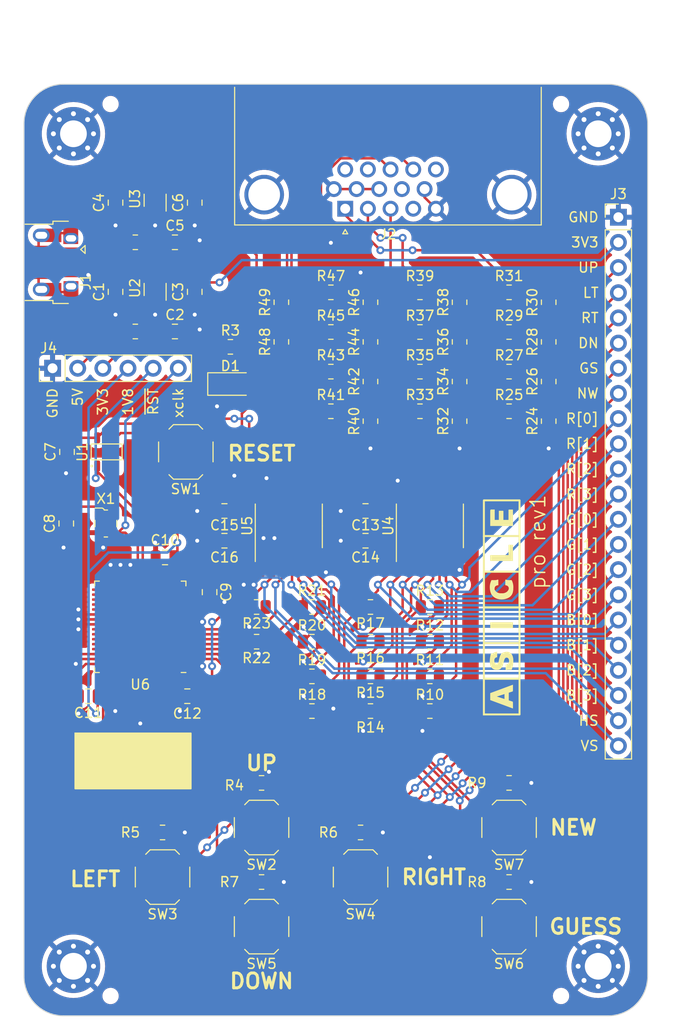
<source format=kicad_pcb>
(kicad_pcb (version 20240108) (generator "pcbnew") (generator_version "8.0")
  (layers (0 "F.Cu" signal) (31 "B.Cu" signal) (34 "B.Paste" user) (35 "F.Paste" user) (36 "B.SilkS" user "B.Silkscreen") (37 "F.SilkS" user "F.Silkscreen") (38 "B.Mask" user) (39 "F.Mask" user) (44 "Edge.Cuts" user))
  (net 0 "")
  (net 1 "GND")
  (net 2 "+5V")
  (net 3 "+3V3")
  (net 4 "+1V8")
  (net 5 "~{RST}")
  (net 6 "xclk")
  (net 7 "IN_UP")
  (net 8 "IN_LEFT")
  (net 9 "IN_RIGHT")
  (net 10 "IN_DOWN")
  (net 11 "IN_GUESS")
  (net 12 "IN_NEW")
  (net 13 "OUT_R0")
  (net 14 "OUT_R1")
  (net 15 "OUT_R2")
  (net 16 "OUT_R3")
  (net 17 "OUT_G0")
  (net 18 "OUT_G1")
  (net 19 "OUT_G2")
  (net 20 "OUT_G3")
  (net 21 "OUT_B0")
  (net 22 "OUT_B1")
  (net 23 "OUT_B2")
  (net 24 "OUT_B3")
  (net 25 "OUT_HS")
  (net 26 "OUT_VS")
  (net 27 "VGA_VS")
  (net 28 "VGA_HS")
  (net 29 "VGA_B3")
  (net 30 "VGA_B2")
  (net 31 "VGA_B1")
  (net 32 "VGA_B0")
  (net 33 "VGA_G3")
  (net 34 "VGA_G2")
  (net 35 "VGA_G1")
  (net 36 "VGA_G0")
  (net 37 "VGA_R3")
  (net 38 "VGA_R2")
  (net 39 "VGA_R1")
  (net 40 "VGA_R0")
  (net 44 "unconnected-(J1-Shield-Pad6)")
  (net 45 "VGA_RED")
  (net 46 "VGA_GREEN")
  (net 47 "VGA_BLUE")
  (net 48 "VGA_HSYNC")
  (net 49 "VGA_VSYNC")
  (net 51 "Net-(U2-Noise)")
  (net 52 "Net-(U3-Noise)")
  (net 53 "Net-(D1-A)")
  (net 54 "Net-(U2-Control)")
  (net 55 "Net-(U3-Control)")
  (net 56 "Net-(R24-Pad2)")
  (net 57 "Net-(R26-Pad2)")
  (net 58 "Net-(R28-Pad2)")
  (net 59 "Net-(R34-Pad2)")
  (net 60 "Net-(R36-Pad2)")
  (net 61 "Net-(R32-Pad2)")
  (net 62 "Net-(R40-Pad2)")
  (net 63 "Net-(R42-Pad2)")
  (net 64 "Net-(R44-Pad2)")
  (net 65 "Net-(U1-~{MR})")
  (footprint "Oscillator:Oscillator_SMD_ECS_2520MV-xxx-xx-4Pin_2.5x2.0mm" (layer "F.Cu") (at 141.275 89.325)
    (property "Reference" "X1")
    (property "Value" "25MHz")
  )
  (footprint "Connector_PinHeader_2.54mm:PinHeader_1x22_P2.54mm_Vertical" (layer "F.Cu") (at 193.04 58.42)
    (property "Reference" "J3")
    (property "Value" "Conn_01x22_Pin")
  )
  (footprint "Resistor_SMD:R_0805_2012Metric" (layer "F.Cu") (at 162.0875 108.25)
    (property "Reference" "R18")
    (property "Value" "100k")
  )
  (footprint "Resistor_SMD:R_0805_2012Metric" (layer "F.Cu") (at 164 70)
    (property "Reference" "R45")
    (property "Value" "536")
  )
  (footprint "Connector_Dsub:DSUB-15-HD_Female_Horizontal_P2.29x1.98mm_EdgePinOffset8.35mm_Housed_MountingHolesOffset10.89mm" (layer "F.Cu") (at 165.45 57.560331 180)
    (property "Reference" "J2")
    (property "Value" "DE15_Receptacle_HighDensity_MountingHoles")
  )
  (footprint "Resistor_SMD:R_0805_2012Metric" (layer "F.Cu") (at 173 78)
    (property "Reference" "R33")
    (property "Value" "536")
  )
  (footprint "User:ToolingHole-JLCSMT" (layer "F.Cu") (at 187.25 137)
    (property "Reference" "H8" (hide yes))
    (property "Value" "ToolingHole")
  )
  (footprint "Capacitor_SMD:C_0805_2012Metric" (layer "F.Cu") (at 151.75 96.25 -90)
    (property "Reference" "C9")
    (property "Value" "100n")
  )
  (footprint "Resistor_SMD:R_0805_2012Metric" (layer "F.Cu") (at 174 104.75)
    (property "Reference" "R11")
    (property "Value" "100k")
  )
  (footprint "Resistor_SMD:R_0805_2012Metric" (layer "F.Cu") (at 147 120.5)
    (property "Reference" "R5")
    (property "Value" "47k")
  )
  (footprint "Capacitor_SMD:C_0805_2012Metric" (layer "F.Cu") (at 150.25 56.95 90)
    (property "Reference" "C6")
    (property "Value" "10u")
  )
  (footprint "Capacitor_SMD:C_0805_2012Metric" (layer "F.Cu") (at 137.35 82.1 90)
    (property "Reference" "C7")
    (property "Value" "100n")
  )
  (footprint "Resistor_SMD:R_0805_2012Metric" (layer "F.Cu") (at 157 115.5)
    (property "Reference" "R4")
    (property "Value" "47k")
  )
  (footprint "Resistor_SMD:R_0805_2012Metric" (layer "F.Cu") (at 177 71 90)
    (property "Reference" "R36")
    (property "Value" "270")
  )
  (footprint "MountingHole:MountingHole_2.7mm_M2.5_Pad_Via" (layer "F.Cu") (at 191 50)
    (property "Reference" "H2" (hide yes))
    (property "Value" "MountingHole")
  )
  (footprint "Button_Switch_SMD:SW_SPST_TL3342" (layer "F.Cu") (at 157 130)
    (property "Reference" "SW5")
    (property "Value" "SW_Push")
  )
  (footprint "Button_Switch_SMD:SW_SPST_TL3342" (layer "F.Cu") (at 182 130)
    (property "Reference" "SW6")
    (property "Value" "SW_Push")
  )
  (footprint "Resistor_SMD:R_0805_2012Metric" (layer "F.Cu") (at 182 125.5)
    (property "Reference" "R8")
    (property "Value" "47k")
  )
  (footprint "Capacitor_SMD:C_0805_2012Metric" (layer "F.Cu") (at 142.25 65.95 90)
    (property "Reference" "C1")
    (property "Value" "1u")
  )
  (footprint "Resistor_SMD:R_0805_2012Metric" (layer "F.Cu") (at 162.0875 101.25)
    (property "Reference" "R20")
    (property "Value" "100k")
  )
  (footprint "Resistor_SMD:R_0805_2012Metric" (layer "F.Cu") (at 164 74)
    (property "Reference" "R43")
    (property "Value" "536")
  )
  (footprint "Resistor_SMD:R_0805_2012Metric" (layer "F.Cu") (at 168 67 90)
    (property "Reference" "R46")
    (property "Value" "270")
  )
  (footprint "Package_SO:TSSOP-20_4.4x6.5mm_P0.65mm" (layer "F.Cu") (at 174 89.5625 90)
    (property "Reference" "U4")
    (property "Value" "SN74ALVC245PWR" (hide yes))
  )
  (footprint "Button_Switch_SMD:SW_SPST_TL3342" (layer "F.Cu") (at 182 120)
    (property "Reference" "SW7")
    (property "Value" "SW_Push")
  )
  (footprint "Resistor_SMD:R_0805_2012Metric" (layer "F.Cu") (at 144.25 69.95 180)
    (property "Reference" "R1" (hide yes))
    (property "Value" "10k")
  )
  (footprint "User:ToolingHole-JLCSMT" (layer "F.Cu") (at 141.75 47)
    (property "Reference" "H5" (hide yes))
    (property "Value" "ToolingHole")
  )
  (footprint "Resistor_SMD:R_0805_2012Metric" (layer "F.Cu") (at 174 101.25)
    (property "Reference" "R12")
    (property "Value" "100k")
  )
  (footprint "Resistor_SMD:R_0805_2012Metric" (layer "F.Cu") (at 173 70)
    (property "Reference" "R37")
    (property "Value" "536")
  )
  (footprint "Resistor_SMD:R_0805_2012Metric" (layer "F.Cu") (at 182 78)
    (property "Reference" "R25")
    (property "Value" "536")
  )
  (footprint "Capacitor_SMD:C_0805_2012Metric" (layer "F.Cu") (at 153.25 88.0625 180)
    (property "Reference" "C15")
    (property "Value" "1u")
  )
  (footprint "Connector_USB:USB_Micro-B_Amphenol_10103594-0001LF_Horizontal" (layer "F.Cu") (at 135.865 63 -90)
    (property "Reference" "J1")
    (property "Value" "USB_B_Micro - 10118193-0001LF")
  )
  (footprint "Resistor_SMD:R_0805_2012Metric" (layer "F.Cu") (at 167 120.5)
    (property "Reference" "R6")
    (property "Value" "47k")
  )
  (footprint "Capacitor_SMD:C_0805_2012Metric" (layer "F.Cu") (at 148.25 69.95)
    (property "Reference" "C2")
    (property "Value" "10n" (hide yes))
  )
  (footprint "Resistor_SMD:R_0805_2012Metric" (layer "F.Cu") (at 186 75 90)
    (property "Reference" "R26")
    (property "Value" "270")
  )
  (footprint "Button_Switch_SMD:SW_SPST_TL3342" (layer "F.Cu") (at 149.35 82.1 180)
    (property "Reference" "SW1")
    (property "Value" "SW_Push")
  )
  (footprint "Resistor_SMD:R_0805_2012Metric" (layer "F.Cu") (at 159 71 90)
    (property "Reference" "R48")
    (property "Value" "100")
  )
  (footprint "Resistor_SMD:R_0805_2012Metric" (layer "F.Cu") (at 168 97.75 180)
    (property "Reference" "R17")
    (property "Value" "100k")
  )
  (footprint "Resistor_SMD:R_0805_2012Metric" (layer "F.Cu") (at 174 97.75)
    (property "Reference" "R13")
    (property "Value" "100k")
  )
  (footprint "Caravel_Board:PoR_5_SOT23" (layer "F.Cu") (at 141.35 82.1 90)
    (property "Reference" "U1")
    (property "Value" "MCP1319MT-29LE-OT")
  )
  (footprint "Resistor_SMD:R_0805_2012Metric" (layer "F.Cu") (at 168 104.75 180)
    (property "Reference" "R15")
    (property "Value" "100k")
  )
  (footprint "Fiducial:Fiducial_1mm_Mask3mm" (layer "F.Cu") (at 193 116)
    (property "Reference" "FID3" (hide yes))
    (property "Value" "Fiducial")
  )
  (footprint "Resistor_SMD:R_0805_2012Metric" (layer "F.Cu") (at 182 115.5)
    (property "Reference" "R9")
    (property "Value" "47k")
  )
  (footprint "Resistor_SMD:R_0805_2012Metric" (layer "F.Cu") (at 168 101.25 180)
    (property "Reference" "R16")
    (property "Value" "100k")
  )
  (footprint "MountingHole:MountingHole_2.7mm_M2.5_Pad_Via" (layer "F.Cu") (at 138 50)
    (property "Reference" "H1" (hide yes))
    (property "Value" "MountingHole")
  )
  (footprint "User:ToolingHole-JLCSMT" (layer "F.Cu") (at 141.75 137)
    (property "Reference" "H7" (hide yes))
    (property "Value" "ToolingHole")
  )
  (footprint "Resistor_SMD:R_0805_2012Metric" (layer "F.Cu") (at 186 71 90)
    (property "Reference" "R28")
    (property "Value" "270")
  )
  (footprint "Resistor_SMD:R_0805_2012Metric" (layer "F.Cu") (at 168 71 90)
    (property "Reference" "R44")
    (property "Value" "270")
  )
  (footprint "Capacitor_SMD:C_0805_2012Metric" (layer "F.Cu") (at 137.275 89.325 90)
    (property "Reference" "C8")
    (property "Value" "100n")
  )
  (footprint "Resistor_SMD:R_0805_2012Metric" (layer "F.Cu") (at 174 108.25)
    (property "Reference" "R10")
    (property "Value" "100k")
  )
  (footprint "Resistor_SMD:R_0805_2012Metric" (layer "F.Cu") (at 177 75 90)
    (property "Reference" "R34")
    (property "Value" "270")
  )
  (footprint "Resistor_SMD:R_0805_2012Metric" (layer "F.Cu") (at 186 67 90)
    (property "Reference" "R30")
    (property "Value" "270")
  )
  (footprint "Capacitor_SMD:C_0805_2012Metric" (layer "F.Cu") (at 167.5 88.0625 180)
    (property "Reference" "C13")
    (property "Value" "1u")
  )
  (footprint "Connector_PinHeader_2.54mm:PinHeader_1x06_P2.54mm_Vertical" (layer "F.Cu") (at 135.89 73.66 90)
    (property "Reference" "J4")
    (property "Value" "Conn_01x06_Pin")
  )
  (footprint "Resistor_SMD:R_0805_2012Metric" (layer "F.Cu") (at 168 75 90)
    (property "Reference" "R42")
    (property "Value" "270")
  )
  (footprint "Fiducial:Fiducial_1mm_Mask3mm" (layer "F.Cu") (at 136 128.75)
    (property "Reference" "FID2" (hide yes))
    (property "Value" "Fiducial")
  )
  (footprint "Resistor_SMD:R_0805_2012Metric" (layer "F.Cu") (at 162.0875 104.75)
    (property "Reference" "R19")
    (property "Value" "100k")
  )
  (footprint "LED_SMD:LED_1206_3216Metric" (layer "F.Cu") (at 153.85 75.25)
    (property "Reference" "D1")
    (property "Value" "LED - 17-215SURC/S530-A2/TR8")
  )
  (footprint "Resistor_SMD:R_0805_2012Metric" (layer "F.Cu") (at 168 79 90)
    (property "Reference" "R40")
    (property "Value" "536")
  )
  (footprint "Resistor_SMD:R_0805_2012Metric" (layer "F.Cu") (at 162.0875 97.75)
    (property "Reference" "R21")
    (property "Value" "100k")
  )
  (footprint "MountingHole:MountingHole_2.7mm_M2.5_Pad_Via" (layer "F.Cu") (at 138 134)
    (property "Reference" "H3" (hide yes))
    (property "Value" "MountingHole")
  )
  (footprint "Resistor_SMD:R_0805_2012Metric" (layer "F.Cu") (at 144.25 60.95 180)
    (property "Reference" "R2" (hide yes))
    (property "Value" "10k")
  )
  (footprint "Resistor_SMD:R_0805_2012Metric" (layer "F.Cu") (at 173 66)
    (property "Reference" "R39")
    (property "Value" "536")
  )
  (footprint "Package_SO:TSSOP-20_4.4x6.5mm_P0.65mm" (layer "F.Cu") (at 159.75 89.5625 90)
    (property "Reference" "U5")
    (property "Value" "SN74ALVC245PWR")
  )
  (footprint "Button_Switch_SMD:SW_SPST_TL3342" (layer "F.Cu") (at 157 120)
    (property "Reference" "SW2")
    (property "Value" "SW_Push")
  )
  (footprint "Package_DFN_QFN:QFN-64-1EP_9x9mm_P0.5mm_EP7.65x7.65mm" (layer "F.Cu") (at 144.75 99.75 180)
    (property "Reference" "U6")
    (property "Value" "Caravel")
  )
  (footprint "Resistor_SMD:R_0805_2012Metric" (layer "F.Cu") (at 177 79 90)
    (property "Reference" "R32")
    (property "Value" "536")
  )
  (footprint "User:Asicle_Logo_Subtracted" (layer "F.Cu") (at 181.356 97.79 90)
    (property "Reference" "G*****" (hide yes))
    (property "Value" "Asicle_Logo_Subtracted" (hide yes))
  )
  (footprint "Resistor_SMD:R_0805_2012Metric" (layer "F.Cu") (at 182 66)
    (property "Reference" "R31")
    (property "Value" "536")
  )
  (footprint "Resistor_SMD:R_0805_2012Metric" (layer "F.Cu") (at 186 79 90)
    (property "Reference" "R24")
    (property "Value" "536")
  )
  (footprint "Resistor_SMD:R_0805_2012Metric" (layer "F.Cu") (at 153.85 71.5)
    (property "Reference" "R3")
    (property "Value" "82")
  )
  (footprint "Capacitor_SMD:C_0805_2012Metric" (layer "F.Cu") (at 139.5 106.75 180)
    (property "Reference" "C11")
    (property "Value" "100n")
  )
  (footprint "Resistor_SMD:R_0805_2012Metric" (layer "F.Cu") (at 182 70)
    (property "Reference" "R29")
    (property "Value" "536")
  )
  (footprint "Capacitor_SMD:C_0805_2012Metric" (layer "F.Cu") (at 147.25 92.75 180)
    (property "Reference" "C10")
    (property "Value" "100n")
  )
  (footprint "Caravel_Board:SOT-353F" (layer "F.Cu") (at 146.25 65.95 90)
    (property "Reference" "U2")
    (property "Value" "TAR5SxxU_SOT353F")
  )
  (footprint "Capacitor_SMD:C_0805_2012Metric" (layer "F.Cu") (at 149.5 106.75)
    (property "Reference" "C12")
    (property "Value" "100n")
  )
  (footprint "Capacitor_SMD:C_0805_2012Metric" (layer "F.Cu") (at 150.25 65.95 90)
    (property "Reference" "C3")
    (property "Value" "10u")
  )
  (footprint "Capacitor_SMD:C_0805_2012Metric" (layer "F.Cu") (at 153.25 91.0625 180)
    (property "Reference" "C16")
    (property "Value" "100n")
  )
  (footprint "Resistor_SMD:R_0805_2012Metric" (layer "F.Cu") (at 168 108.25 180)
    (property "Reference" "R14")
    (property "Value" "100k")
  )
  (footprint "Resistor_SMD:R_0805_2012Metric" (layer "F.Cu") (at 156.5 97.75 180)
    (property "Reference" "R23")
    (property "Value" "100k")
  )
  (footprint "Resistor_SMD:R_0805_2012Metric" (layer "F.Cu") (at 182 74)
    (property "Reference" "R27")
    (property "Value" "536")
  )
  (footprint "Resistor_SMD:R_0805_2012Metric" (layer "F.Cu") (at 159 67 90)
    (property "Reference" "R49")
    (property "Value" "100")
  )
  (footprint "Fiducial:Fiducial_1mm_Mask3mm" (layer "F.Cu") (at 136 55.25)
    (property "Reference" "FID1" (hide yes))
    (property "Value" "Fiducial")
  )
  (footprint "Resistor_SMD:R_0805_2012Metric" (layer "F.Cu") (at 177 67 90)
    (property "Reference" "R38")
    (property "Value" "270")
  )
  (footprint "Capacitor_SMD:C_0805_2012Metric" (layer "F.Cu") (at 142.25 56.95 90)
    (property "Reference" "C4")
    (property "Value" "1u")
  )
  (footprint "Resistor_SMD:R_0805_2012Metric" (layer "F.Cu") (at 164 66)
    (property "Reference" "R47")
    (property "Value" "536")
  )
  (footprint "Resistor_SMD:R_0805_2012Metric" (layer "F.Cu") (at 173 74)
    (property "Reference" "R35")
    (property "Value" "536")
  )
  (footprint "User:ToolingHole-JLCSMT" (layer "F.Cu") (at 187.25 47)
    (property "Reference" "H6" (hide yes))
    (property "Value" "ToolingHole")
  )
  (footprint "Capacitor_SMD:C_0805_2012Metric" (layer "F.Cu") (at 148.25 60.95)
    (property "Reference" "C5")
    (property "Value" "10n" (hide yes))
  )
  (footprint "Resistor_SMD:R_0805_2012Metric" (layer "F.Cu") (at 157 125.5)
    (property "Reference" "R7")
    (property "Value" "47k")
  )
  (footprint "Caravel_Board:SOT-353F" (layer "F.Cu") (at 146.25 56.95 90)
    (property "Reference" "U3")
    (property "Value" "TAR5SxxU_SOT353F")
  )
  (footprint "Resistor_SMD:R_0805_2012Metric" (layer "F.Cu") (at 156.5 101.25 180)
    (property "Reference" "R22")
    (property "Value" "100k")
  )
  (footprint "Button_Switch_SMD:SW_SPST_TL3342" (layer "F.Cu") (at 147 125)
    (property "Reference" "SW3")
    (property "Value" "SW_Push")
  )
  (footprint "Resistor_SMD:R_0805_2012Metric" (layer "F.Cu") (at 164 78)
    (property "Reference" "R41")
    (property "Value" "536")
  )
  (footprint "MountingHole:MountingHole_2.7mm_M2.5_Pad_Via" (layer "F.Cu") (at 191 134)
    (property "Reference" "H4" (hide yes))
    (property "Value" "MountingHole")
  )
  (footprint "Capacitor_SMD:C_0805_2012Metric" (layer "F.Cu") (at 167.5 91.0625 180)
    (property "Reference" "C14")
    (property "Value" "100n")
  )
  (footprint "Button_Switch_SMD:SW_SPST_TL3342" (layer "F.Cu") (at 167 125)
    (property "Reference" "SW4")
    (property "Value" "SW_Push")
  )
  (gr_rect (start 138.176 110.49) (end 149.86 116.078) (stroke (width 0.15)) (fill solid) (layer "F.SilkS"))
  (gr_arc (start 133 49) (mid 134.171573 46.171573) (end 137 45) (stroke (width 0.1)) (layer "Edge.Cuts"))
  (gr_line (start 196 49) (end 196 135) (stroke (width 0.1)) (layer "Edge.Cuts"))
  (gr_line (start 133 135) (end 133 49) (stroke (width 0.1)) (layer "Edge.Cuts"))
  (gr_arc (start 196 135) (mid 194.828427 137.828427) (end 192 139) (stroke (width 0.1)) (layer "Edge.Cuts"))
  (gr_arc (start 137 139) (mid 134.171573 137.828427) (end 133 135) (stroke (width 0.1)) (layer "Edge.Cuts"))
  (gr_line (start 192 139) (end 137 139) (stroke (width 0.1)) (layer "Edge.Cuts"))
  (gr_arc (start 192 45) (mid 194.828427 46.171573) (end 196 49) (stroke (width 0.1)) (layer "Edge.Cuts"))
  (gr_line (start 137 45) (end 192 45) (stroke (width 0.1)) (layer "Edge.Cuts"))
  (gr_text "R[3]" (at 191.135 86.39 0) (layer "F.SilkS") (effects (font (size 1 1) (thickness 0.15) (bold yes)) (justify right)))
  (gr_text "G[2]" (at 191.135 93.98 0) (layer "F.SilkS") (effects (font (size 1 1) (thickness 0.15) (bold yes)) (justify right)))
  (gr_text "R[2]" (at 191.135 83.82 0) (layer "F.SilkS") (effects (font (size 1 1) (thickness 0.15) (bold yes)) (justify right)))
  (gr_text "DOWN" (at 157 135.5 0) (layer "F.SilkS") (effects (font (size 1.5 1.5) (thickness 0.3) (bold yes))))
  (gr_text "G[3]" (at 191.135 96.52 0) (layer "F.SilkS") (effects (font (size 1 1) (thickness 0.15) (bold yes)) (justify right)))
  (gr_text "RT" (at 191.135 68.58 0) (layer "F.SilkS") (effects (font (size 1 1) (thickness 0.15) (bold yes)) (justify right)))
  (gr_text "1V8" (at 143.51 75.565 90) (layer "F.SilkS") (effects (font (size 1 1)) (justify right)))
  (gr_text "B[0]" (at 191.135 99.06 0) (layer "F.SilkS") (effects (font (size 1 1) (thickness 0.15) (bold yes)) (justify right)))
  (gr_text "RESET" (at 157 82.25 0) (layer "F.SilkS") (effects (font (size 1.5 1.5) (thickness 0.3) (bold yes))))
  (gr_text "VS" (at 191.135 111.76 0) (layer "F.SilkS") (effects (font (size 1 1) (thickness 0.15) (bold yes)) (justify right)))
  (gr_text "HS" (at 191.135 109.22 0) (layer "F.SilkS") (effects (font (size 1 1) (thickness 0.15) (bold yes)) (justify right)))
  (gr_text "B[3]" (at 191.135 106.68 0) (layer "F.SilkS") (effects (font (size 1 1) (thickness 0.15) (bold yes)) (justify right)))
  (gr_text "GND" (at 191.135 58.42 0) (layer "F.SilkS") (effects (font (size 1 1)) (justify right)))
  (gr_text "RIGHT" (at 174.4 125 0) (layer "F.SilkS") (effects (font (size 1.5 1.5) (thickness 0.3) (bold yes))))
  (gr_text "R[0]" (at 191.135 78.74 0) (layer "F.SilkS") (effects (font (size 1 1) (thickness 0.15) (bold yes)) (justify right)))
  (gr_text "LEFT" (at 140.2 125.2 0) (layer "F.SilkS") (effects (font (size 1.5 1.5) (thickness 0.3) (bold yes))))
  (gr_text "DN" (at 191.135 71.12 0) (layer "F.SilkS") (effects (font (size 1 1) (thickness 0.15) (bold yes)) (justify right)))
  (gr_text "GUESS" (at 189.75 130 0) (layer "F.SilkS") (effects (font (size 1.5 1.5) (thickness 0.3) (bold yes))))
  (gr_text "G[0]" (at 191.135 88.9 0) (layer "F.SilkS") (effects (font (size 1 1) (thickness 0.15) (bold yes)) (justify right)))
  (gr_text "NW" (at 191.135 76.2 0) (layer "F.SilkS") (effects (font (size 1 1) (thickness 0.15) (bold yes)) (justify right)))
  (gr_text "UP" (at 191.135 63.5 0) (layer "F.SilkS") (effects (font (size 1 1) (thickness 0.15) (bold yes)) (justify right)))
  (gr_text "pro rev1" (at 184.912 91.186 90) (layer "F.SilkS") (effects (font (size 1.5 1.5))))
  (gr_text "~{RST}" (at 146.05 75.565 90) (layer "F.SilkS") (effects (font (size 1 1)) (justify right)))
  (gr_text "NEW" (at 188.5 120 0) (layer "F.SilkS") (effects (font (size 1.5 1.5) (thickness 0.3) (bold yes))))
  (gr_text "GND" (at 135.89 75.565 90) (layer "F.SilkS") (effects (font (size 1 1)) (justify right)))
  (gr_text "GS" (at 191.135 73.66 0) (layer "F.SilkS") (effects (font (size 1 1) (thickness 0.15) (bold yes)) (justify right)))
  (gr_text "5V" (at 138.43 75.565 90) (layer "F.SilkS") (effects (font (size 1 1)) (justify right)))
  (gr_text "LT" (at 191.135 66.04 0) (layer "F.SilkS") (effects (font (size 1 1) (thickness 0.15) (bold yes)) (justify right)))
  (gr_text "B[1]" (at 191.135 101.6 0) (layer "F.SilkS") (effects (font (size 1 1) (thickness 0.15) (bold yes)) (justify right)))
  (gr_text "xclk" (at 148.59 75.565 90) (layer "F.SilkS") (effects (font (size 1 1)) (justify right)))
  (gr_text "UP" (at 157 113.5 0) (layer "F.SilkS") (effects (font (size 1.5 1.5) (thickness 0.3) (bold yes))))
  (gr_text "3V3" (at 140.97 75.565 90) (layer "F.SilkS") (effects (font (size 1 1)) (justify right)))
  (gr_text "3V3" (at 191.135 60.96 0) (layer "F.SilkS") (effects (font (size 1 1)) (justify right)))
  (gr_text "B[2]" (at 191.135 104.14 0) (layer "F.SilkS") (effects (font (size 1 1) (thickness 0.15) (bold yes)) (justify right)))
  (gr_text "R[1]" (at 191.135 81.28 0) (layer "F.SilkS") (effects (font (size 1 1) (thickness 0.15) (bold yes)) (justify right)))
  (gr_text "G[1]" (at 191.135 91.44 0) (layer "F.SilkS") (effects (font (size 1 1) (thickness 0.15) (bold yes)) (justify right)))
  (segment (start 145.6 84.6) (end 146.2 84) (width 0.25) (layer "F.Cu") (net 1))
  (segment (start 176.925 92.425) (end 176.925 93.925) (width 0.25) (layer "F.Cu") (net 1))
  (segment (start 145.5 99) (end 144.75 99.75) (width 0.25) (layer "F.Cu") (net 1))
  (segment (start 152.3375 91.0625) (end 150.5 91.0625) (width 0.25) (layer "F.Cu") (net 1))
  (segment (start 150.225 98.725) (end 150.45 98.5) (width 0.25) (layer "F.Cu") (net 1))
  (segment (start 137.35 83.05) (end 137.849938 82.550062) (width 0.25) (layer "F.Cu") (net 1))
  (segment (start 140.525 90.275) (end 140.55 90.25) (width 0.25) (layer "F.Cu") (net 1))
  (segment (start 142.5 104.2) (end 142.5 102) (width 0.25) (layer "F.Cu") (net 1))
  (segment (start 150.225 98.725) (end 151.75 97.2) (width 0.25) (layer "F.Cu") (net 1))
  (segment (start 173.465 55.580331) (end 173.465 56.415331) (width 0.25) (layer "F.Cu") (net 1))
  (segment (start 182.9125 125.5) (end 184.25 125.5) (width 0.25) (layer "F.Cu") (net 1))
  (segment (start 144.5 104.2) (end 144.5 100) (width 0.25) (layer "F.Cu") (net 1))
  (segment (start 157.4125 101.758002) (end 156.710251 102.460251) (width 0.25) (layer "F.Cu") (net 1))
  (segment (start 139.475 64.275) (end 139.5 64.25) (width 0.25) (layer "F.Cu") (net 1))
  (segment (start 177 79.9125) (end 177 81.75) (width 0.25) (layer "F.Cu") (net 1))
  (segment (start 158.125 90.975) (end 158.3 90.8) (width 0.25) (layer "F.Cu") (net 1))
  (segment (start 150.75 99.5) (end 151 99.25) (width 0.25) (layer "F.Cu") (net 1))
  (segment (start 149.15 103.45) (end 149.2 103.5) (width 0.25) (layer "F.Cu") (net 1))
  (segment (start 150.25 57.9) (end 150.25 59.25) (width 0.25) (layer "F.Cu") (net 1))
  (segment (start 142.5 107.9745) (end 142.2245 108.25) (width 0.25) (layer "F.Cu") (net 1))
  (segment (start 148.45 103.45) (end 149.15 103.45) (width 0.25) (layer "F.Cu") (net 1))
  (segment (start 145.5 95.3) (end 145.5 99) (width 0.25) (layer "F.Cu") (net 1))
  (segment (start 146.3 91.3) (end 146.25 91.25) (width 0.25) (layer "F.Cu") (net 1))
  (segment (start 150.5 99.5) (end 150.75 99.5) (width 0.25) (layer "F.Cu") (net 1))
  (segment (start 167.9125 120.5) (end 169.25 120.5) (width 0.25) (layer "F.Cu") (net 1))
  (segment (start 157.475 92.425) (end 157.475 93.225) (width 0.25) (layer "F.Cu") (net 1))
  (segment (start 149.2 103.5) (end 148.77474 103.5) (width 0.25) (layer "F.Cu") (net 1))
  (segment (start 137.35 84.15) (end 137.25 84.25) (width 0.25) (layer "F.Cu") (net 1))
  (segment (start 157.9125 125.5) (end 159.25 125.5) (width 0.25) (layer "F.Cu") (net 1))
  (segment (start 152.45 77.45) (end 152.5 77.5) (width 0.25) (layer "F.Cu") (net 1))
  (segment (start 141.875001 84.6) (end 145.6 84.6) (width 0.25) (layer "F.Cu") (net 1))
  (segment (start 149.2 99.5) (end 150 99.5) (width 0.25) (layer "F.Cu") (net 1))
  (segment (start 144.5 99.5) (end 144.75 99.75) (width 0.25) (layer "F.Cu") (net 1))
  (segment (start 142.5 102) (end 144.75 99.75) (width 0.25) (layer "F.Cu") (net 1))
  (segment (start 142 95.3) (end 142 97) (width 0.25) (layer "F.Cu") (net 1))
  (segment (start 158.125 93.575) (end 156.2 95.5) (width 0.25) (layer "F.Cu") (net 1))
  (segment (start 144.5 109.25) (end 144.75 109.5) (width 0.25) (layer "F.Cu") (net 1))
  (segment (start 146.25 57.9) (end 146.25 59.25) (width 0.25) (layer "F.Cu") (net 1))
  (segment (start 140.3 103) (end 139.25 103) (width 0.25) (layer "F.Cu") (net 1))
  (segment (start 140.3 99.5) (end 144.5 99.5) (width 0.25) (layer "F.Cu") (net 1))
  (segment (start 164.305 55.580331) (end 168.885 55.580331) (width 0.25) (layer "F.Cu") (net 1))
  (segment (start 173.5 99.5) (end 173.25 99.75) (width 0.25) (layer "F.Cu") (net 1))
  (segment (start 171.725 86.7) (end 171.725 85.975) (width 0.25) (layer "F.Cu") (net 1))
  (segment (start 173.465 56.415331) (end 174.61 57.560331) (width 0.25) (layer "F.Cu") (net 1))
  (segment (start 186 79.9125) (end 186 81.75) (width 0.25) (layer "F.Cu") (net 1))
  (segment (start 167.5 106.5) (end 167.25 106.75) (width 0.25) (layer "F.Cu") (net 1))
  (segment (start 157.475 92.425) (end 157.475 91.075) (width 0.25) (layer "F.Cu") (net 1))
  (segment (start 163 104.75) (end 163 105) (width 0.25) (layer "F.Cu") (net 1))
  (segment (start 157.9125 114.546464) (end 157.745268 114.379232) (width 0.25) (layer "F.Cu") (net 1))
  (segment (start 145.5 95.3) (end 145.5 94.82526) (width 0.25) (layer "F.Cu") (net 1))
  (segment (start 151.75 97.2) (end 153.2 97.2) (width 0.25) (layer "F.Cu") (net 1))
  (segment (start 140.3 99) (end 138.5 99) (width 0.25) (layer "F.Cu") (net 1))
  (segment (start 137.849938 82.550062) (end 140.925061 82.550062) (width 0.25) (layer "F.Cu") (net 1))
  (segment (start 146.3 92.75) (end 146.3 93.5) (width 0.25) (layer "F.Cu") (net 1))
  (segment (start 158.125 92.425) (end 158.125 93.575) (width 0.25) (layer "F.Cu") (net 1))
  (segment (start 145.21237 94.53763) (end 144.17474 93.5) (width 0.25) (layer "F.Cu") (net 1))
  (segment (start 147 95.3) (end 147 97.5) (width 0.25) (layer "F.Cu") (net 1))
  (segment (start 157.4125 97.75) (end 157.4125 98.0875) (width 0.25) (layer "F.Cu") (net 1))
  (segment (start 145.5 94.82526) (end 145.21237 94.53763) (width 0.25) (layer "F.Cu") (net 1))
  (segment (start 138.725402 103) (end 138.237701 103.487701) (width 0.25) (layer "F.Cu") (net 1))
  (segment (start 166.5875 88.0625) (end 166.5875 91.0625) (width 0.25) (layer "F.Cu") (net 1))
  (segment (start 174.9125 101.25) (end 174.9125 101.5875) (width 0.25) (layer "F.Cu") (net 1))
  (segment (start 173.5 106.5) (end 173.25 106.75) (width 0.25) (layer "F.Cu") (net 1))
  (segment (start 142 94.75) (end 142 94.5) (width 0.25) (layer "F.Cu") (net 1))
  (segment (start 140.3 99) (end 144 99) (width 0.25) (layer "F.Cu") (net 1))
  (segment (start 167.5 103) (end 167.25 103.25) (width 0.25) (layer "F.Cu") (net 1))
  (segment (start 152.5 84) (end 153.75 84) (width 0.25) (layer "F.Cu") (net 1))
  (segment (start 149.2 99) (end 148.75 99) (width 0.25) (layer "F.Cu") (net 1))
  (segment (start 157.475 86.7) (end 157.475 84.775) (width 0.25) (layer "F.Cu") (net 1))
  (segment (start 142.25 66.9) (end 142.25 68.25) (width 0.25) (layer "F.Cu") (net 1))
  (segment (start 176.925 93.925) (end 177 94) (width 0.25) (layer "F.Cu") (net 1))
  (segment (start 168.9125 104.75) (end 168.9125 105.0875) (width 0.25) (layer "F.Cu") (net 1))
  (segment (start 168.9125 97.75) (end 168.9125 98.0875) (width 0.25) (layer "F.Cu") (net 1))
  (segment (start 142 94.75) (end 142 93.75) (width 0.25) (layer "F.Cu") (net 1))
  (segment (start 141.35 83.525) (end 141.35 84.074999) (width 0.25) (layer "F.Cu") (net 1))
  (segment (start 140.925061 82.550062) (end 141.35 82.975001) (width 0.25) (layer "F.Cu") (net 1))
  (segment (start 144 99) (end 144.75 99.75) (width 0.25) (layer "F.Cu") (net 1))
  (segment (start 146.2 84) (end 152.5 84) (width 0.25) (layer "F.Cu") (net 1))
  (segment (start 137.35 83.05) (end 137.35 84.15) (width 0.25) (layer "F.Cu") (net 1))
  (segment (start 141.35 82.975001) (end 141.35 83.525) (width 0.25) (layer "F.Cu") (net 1))
  (segment (start 142.5 104.2) (end 142.5 107.9745) (width 0.25) (layer "F.Cu") (net 1))
  (segment (start 150.25 66.9) (end 150.25 68.25) (width 0.25) (layer "F.Cu") (net 1))
  (segment (start 142.25 57.9) (end 142.25 59.25) (width 0.25) (layer "F.Cu") (net 1))
  (segment (start 150 99.5) (end 150.5 99.5) (width 0.25) (layer "F.Cu") (net 1))
  (segment (start 163 108.25) (end 164 108.25) (width 0.25) (layer "F.Cu") (net 1))
  (segment (start 147 97.5) (end 144.75 99.75) (width 0.25) (layer "F.Cu") (net 1))
  (segment (start 148.75 99) (end 149.95 99) (width 0.25) (layer "F.Cu") (net 1))
  (segment (start 144.17474 93.5) (end 143.75 93.5) (width 0.25) (layer "F.Cu") (net 1))
  (segment (start 174.9125 98.0875) (end 173.5 99.5) (width 0.25) (layer "F.Cu") (net 1))
  (segment (start 148.55 106.75) (end 148.55 108.05) (width 0.25) (layer "F.Cu") (net 1))
  (segment (start 149.2 103.5) (end 150.7755 103.5) (width 0.25) (layer "F.Cu") (net 1))
  (segment (start 148 105) (end 148 104.2) (width 0.25) (layer "F.Cu") (net 1))
  (segment (start 144.5 100) (end 144.75 99.75) (width 0.25) (layer "F.Cu") (net 1))
  (segment (start 168.9125 98.0875) (end 167.5 99.5) (width 0.25) (layer "F.Cu") (net 1))
  (segment (start 164 108.25) (end 164.25 108) (width 0.25) (layer "F.Cu") (net 1))
  (segment (start 148.55 106.75) (end 148.55 105.55) (width 0.25) (layer "F.Cu") (net 1))
  (segment (start 152.3375 88.0625) (end 152.3375 91.0625) (width 0.25) (layer "F.Cu") (net 1))
  (segment (start 168.9125 108.25) (end 168.9125 108.5875) (width 0.25) (layer "F.Cu") (net 1))
  (segment (start 157.9125 115.5) (end 157.9125 114.546464) (width 0.25) (layer "F.Cu") (net 1))
  (segment (start 140.3 99.5) (end 139.75 99.5) (width 0.25) (layer "F.Cu") (net 1))
  (segment (start 142 97) (end 144.75 99.75) (width 0.25) (layer "F.Cu") (net 1))
  (segment (start 149.2 69.95) (end 150.55 69.95) (width 0.25) (layer "F.Cu") (net 1))
  (segment (start 174.9125 108.5875) (end 173.5 110) (width 0.25) (layer "F.Cu") (net 1))
  (segment (start 140.3 103) (end 141.5 103) (width 0.25) (layer "F.Cu") (net 1))
  (segment (start 163 98) (end 161.25 99.75) (width 0.25) (layer "F.Cu") (net 1))
  (segment (start 174.9125 104.75) (end 174.9125 105.0875) (width 0.25) (layer "F.Cu") (net 1))
  (segment (start 137.275 90.275) (end 137.275 91.475) (width 0.25) (layer "F.Cu") (net 1))
  (segment (start 148 104.2) (end 148 103) (width 0.25) (layer "F.Cu") (net 1))
  (segment (start 153.75 84) (end 154.25 84.5) (width 0.25) (layer "F.Cu") (net 1))
  (segment (start 145 99.5) (end 144.75 99.75) (width 0.25) (layer "F.Cu") (net 1))
  (segment (start 163 105) (end 161.25 106.75) (width 0.25) (layer "F.Cu") (net 1))
  (segment (start 139.25 103) (end 138.725402 103) (width 0.25) (layer "F.Cu") (net 1))
  (segment (start 162.675 93.425) (end 163.5 94.25) (width 0.25) (layer "F.Cu") (net 1))
  (segment (start 149.2 60.95) (end 150.55 60.95) (width 0.25) (layer "F.Cu") (net 1))
  (segment (start 166.5875 91.0625) (end 165 91.0625) (width 0.25) (layer "F.Cu") (net 1))
  (segment (start 157.4125 98.0875) (end 155.75 99.75) (width 0.25) (layer "F.Cu") (net 1))
  (segment (start 163 101.5) (end 161.25 103.25) (width 0.25) (layer "F.Cu") (net 1))
  (segment (start 140.55 91.3) (end 141 91.75) (width 0.25) (layer "F.Cu") (net 1))
  (segment (start 163 97.75) (end 163 98) (width 0.25) (layer "F.Cu") (net 1))
  (segment (start 153.2 97.2) (end 153.25 97.25) (width 0.25) (layer "F.Cu") (net 1))
  (segment (start 150.55 60.95) (end 150.75 60.75) (width 0.25) (layer "F.Cu") (net 1))
  (segment (start 157.4125 101.25) (end 157.4125 101.758002) (width 0.25) (layer "F.Cu") (net 1))
  (segment (start 167.5 110) (end 167.25 110.25) (width 0.25) (layer "F.Cu") (net 1))
  (segment (start 168.9125 105.0875) (end 167.5 106.5) (width 0.25) (layer "F.Cu") (net 1))
  (segment (start 148.75 99) (end 145.5 99) (width 0.25) (layer "F.Cu") (net 1))
  (segment (start 138.55 106.75) (end 138.55 108.45) (width 0.25) (layer "F.Cu") (net 1))
  (segment (start 168.9125 101.5875) (end 167.5 103) (width 0.25) (layer "F.Cu") (net 1))
  (segment (start 142.5 93.75) (end 142.75 93.5) (width 0.25) (layer "F.Cu") (net 1))
  (segment (start 142 93.75) (end 141.75 93.5) (width 0.25) (layer "F.Cu") (net 1))
  (segment (start 152.45 75.25) (end 152.45 77.45) (width 0.25) (layer "F.Cu") (net 1))
  (segment (start 146.3 93.5) (end 147 94.2) (width 0.25) (layer "F.Cu") (net 1))
  (segment (start 163 101.25) (end 163 101.5) (width 0.25) (layer "F.Cu") (net 1))
  (segment (start 147 95.3) (end 147 94.2) (width 0.25) (layer "F.Cu") (net 1))
  (segment (start 140.3 98.5) (end 139.75 98.5) (width 0.25) (layer "F.Cu") (net 1))
  (segment (start 138.55 108.45) (end 138.5 108.5) (width 0.25) (layer "F.Cu") (net 1))
  (segment (start 152.3375 88.0625) (end 150.5 88.0625) (width 0.25) (layer "F.Cu") (net 1))
  (segment (start 139 99.5) (end 138.5 100) (width 0.25) (layer "F.Cu") (net 1))
  (segment (start 137.275 91.475) (end 137 91.75) (width 0.25) (layer "F.Cu") (net 1))
  (segment (start 144.5 104.2) (end 144.5 109.25) (width 0.25) (layer "F.Cu") (net 1))
  (segment (start 173.5 103) (end 173.25 103.25) (width 0.25) (layer "F.Cu") (net 1))
  (segment (start 174.9125 105.0875) (end 173.5 106.5) (width 0.25) (layer "F.Cu") (net 1))
  (segment (start 174.9125 108.25) (end 174.9125 108.5875) (width 0.25) (layer "F.Cu") (net 1))
  (segment (start 157.475 93.225) (end 155.2 95.5) (width 0.25) (layer "F.Cu") (net 1))
  (segment (start 139 98.5) (end 138.5 98) (width 0.25) (layer "F.Cu") (net 1))
  (segment (start 140.3 98.5) (end 143.5 98.5) (width 0.25) (layer "F.Cu") (net 1))
  (segment (start 144.75 99.75) (end 148.45 103.45) (width 0.25) (layer "F.Cu") (net 1))
  (segment (start 143.5 98.5) (end 144.75 99.75) (width 0.25) (layer "F.Cu") (net 1))
  (segment (start 151.75 97.2) (end 152.2 97.2) (width 0.25) (layer "F.Cu") (net 1))
  (segment (start 146.25 66.9) (end 146.25 68.25) (width 0.25) (layer "F.Cu") (net 1))
  (segment (start 142.5 94.5) (end 142.5 93.75) (width 0.25) (layer "F.Cu") (net 1))
  (segment (start 137.275 90.275) (end 140.525 90.275) (width 0.25) (layer "F.Cu") (net 1))
  (segment (start 150.55 69.95) (end 150.75 69.75) (width 0.25) (layer "F.Cu") (net 1))
  (segment (start 166.5875 88.0625) (end 165 88.0625) (width 0.25) (layer "F.Cu") (net 1))
  (segment (start 142.5 95.3) (end 142.5 94.5) (width 0.25) (layer "F.Cu") (net 1))
  (segment (start 137.63 64.275) (end 139.475 64.275) (width 0.25) (layer "F.Cu") (net 1))
  (segment (start 149.2 99.5) (end 145 99.5) (width 0.25) (layer "F.Cu") (net 1))
  (segment (start 150.7755 103.5) (end 151 103.7245) (width 0.25) (layer "F.Cu") (net 1))
  (segment (start 146.3 92.75) (end 146.3 91.3) (width 0.25) (layer "F.Cu") (net 1))
  (segment (start 148.55 108.05) (end 148.75 108.25) (width 0.25) (layer "F.Cu") (net 1))
  (segment (start 167.5 99.5) (end 167.25 99.75) (width 0.25) (layer "F.Cu") (net 1))
  (segment (start 168.9125 108.5875) (end 167.5 110) (width 0.25) (layer "F.Cu") (net 1))
  (segment (start 148 103) (end 144.75 99.75) (width 0.25) (layer "F.Cu") (net 1))
  (segment (start 142.5 97.5) (end 144.75 99.75) (width 0.25) (layer "F.Cu") (net 1))
  (segment (start 157.475 84.775) (end 157.5 84.75) (width 0.25) (layer "F.Cu") (net 1))
  (segment (start 139.75 99.5) (end 139 99.5) (width 0.25) (layer "F.Cu") (net 1))
  (segment (start 142 95.3) (end 142 94.75) (width 0.25) (layer "F.Cu") (net 1))
  (segment (start 174.9125 97.75) (end 174.9125 98.0875) (width 0.25) (layer "F.Cu") (net 1))
  (segment (start 148.55 105.55) (end 148 105) (width 0.25) (layer "F.Cu") (net 1))
  (segment (start 139.75 98.5) (end 139 98.5) (width 0.25) (layer "F.Cu") (net 1))
  (segment (start 182.9125 115.5) (end 184.25 115.5) (width 0.25) (layer "F.Cu") (net 1))
  (segment (start 168 79.9125) (end 168 81.75) (width 0.25) (layer "F.Cu") (net 1))
  (segment (start 168.9125 101.25) (end 168.9125 101.5875) (width 0.25) (layer "F.Cu") (net 1))
  (segment (start 157.475 91.075) (end 157.2 90.8) (width 0.25) (layer "F.Cu") (net 1))
  (segment (start 140.55 90.25) (end 140.55 91.3) (width 0.25) (layer "F.Cu") (net 1))
  (segment (start 173.5 110) (end 173.25 110.25) (width 0.25) (layer "F.Cu") (net 1))
  (segment (start 142.5 95.3) (end 142.5 97.5) (width 0.25) (layer "F.Cu") (net 1))
  (segment (start 158.125 92.425) (end 158.125 90.975) (width 0.25) (layer "F.Cu") (net 1))
  (segment (start 149.95 99) (end 150.225 98.725) (width 0.25) (layer "F.Cu") (net 1))
  (segment (start 141.35 84.074999) (end 141.875001 84.6) (width 0.25) (layer "F.Cu") (net 1))
  (segment (start 147.9125 120.5) (end 149.25 120.5) (width 0.25) (layer "F.Cu") (net 1))
  (segment (start 171.725 85.975) (end 170.75 85) (width 0.25) (layer "F.Cu") (net 1))
  (segment (start 141.5 103) (end 144.75 99.75) (width 0.25) (layer "F.Cu") (net 1))
  (segment (start 162.675 92.425) (end 162.675 93.425) (width 0.25) (layer "F.Cu") (net 1))
  (segment (start 174.9125 101.5875) (end 173.5 103) (width 0.25) (layer "F.Cu") (net 1))
  (via (at 138.5 99) (size 0.8) (drill 0.4) (layers "F.Cu" "B.Cu") (net 1))
  (via (at 159.25 125.5) (size 0.8) (drill 0.4) (layers "F.Cu" "B.Cu") (net 1))
  (via (at 161.25 106.75) (size 0.8) (drill 0.4) (layers "F.Cu" "B.Cu") (net 1))
  (via (at 139.5 64.25) (size 0.8) (drill 0.4) (layers "F.Cu" "B.Cu") (net 1))
  (via (at 167 64) (size 0.8) (drill 0.4) (layers "F.Cu" "B.Cu") (net 1))
  (via (at 165 91.0625) (size 0.8) (drill 0.4) (layers "F.Cu" "B.Cu") (net 1))
  (via (at 165 88.0625) (size 0.8) (drill 0.4) (layers "F.Cu" "B.Cu") (net 1))
  (via (at 146.25 68.25) (size 0.8) (drill 0.4) (layers "F.Cu" "B.Cu") (net 1))
  (via (at 143.75 93.5) (size 0.8) (drill 0.4) (layers "F.Cu" "B.Cu") (net 1))
  (via (at 150.25 59.25) (size 0.8) (drill 0.4) (layers "F.Cu" "B.Cu") (net 1))
  (via (at 167.25 99.75) (size 0.8) (drill 0.4) (layers "F.Cu" "B.Cu") (net 1))
  (via (at 157.745268 114.379232) (size 0.8) (drill 0.4) (layers "F.Cu" "B.Cu") (net 1))
  (via (at 142.75 93.5) (size 0.8) (drill 0.4) (layers "F.Cu" "B.Cu") (net 1))
  (via (at 148.75 108.25) (size 0.8) (drill 0.4) (layers "F.Cu" "B.Cu") (net 1))
  (via (at 167.25 106.75) (size 0.8) (drill 0.4) (layers "F.Cu" "B.Cu") (net 1))
  (via (at 169.25 120.5) (size 0.8) (drill 0.4) (layers "F.Cu" "B.Cu") (net 1))
  (via (at 177 94) (size 0.8) (drill 0.4) (layers "F.Cu" "B.Cu") (net 1))
  (via (at 142.25 59.25) (size 0.8) (drill 0.4) (layers "F.Cu" "B.Cu") (net 1))
  (via (at 156.2 95.5) (size 0.8) (drill 0.4) (layers "F.Cu" "B.Cu") (net 1))
  (via (at 150.5 88.0625) (size 0.8) (drill 0.4) (layers "F.Cu" "B.Cu") (net 1))
  (via (at 156.710251 102.460251) (size 0.8) (drill 0.4) (layers "F.Cu" "B.Cu") (net 1))
  (via (at 157.2 90.8) (size 0.8) (drill 0.4) (layers "F.Cu" "B.Cu") (net 1))
  (via (at 150.5 91.0625) (size 0.8) (drill 0.4) (layers "F.Cu" "B.Cu") (net 1))
  (via (at 150.25 68.25) (size 0.8) (drill 0.4) (layers "F.Cu" "B.Cu") (net 1))
  (via (at 138.5 98) (size 0.8) (drill 0.4) (layers "F.Cu" "B.Cu") (net 1))
  (via (at 173.25 110.25) (size 0.8) (drill 0.4) (layers "F.Cu" "B.Cu") (net 1))
  (via (at 161.25 99.75) (size 0.8) (drill 0.4) (layers "F.Cu" "B.Cu") (net 1))
  (via (at 149.25 120.5) (size 0.8) (drill 0.4) (layers "F.Cu" "B.Cu") (net 1))
  (via (at 144.75 109.5) (size 0.8) (drill 0.4) (layers "F.Cu" "B.Cu") (net 1))
  (via (at 184.25 125.5) (size 0.8) (drill 0.4) (layers "F.Cu" "B.Cu") (net 1))
  (via (at 173.25 106.75) (size 0.8) (drill 0.4) (layers "F.Cu" "B.Cu") (net 1))
  (via (at 151 99.25) (size 0.8) (drill 0.4) (layers "F.Cu" "B.Cu") (net 1))
  (via (at 167.25 103.25) (size 0.8) (drill 0.4) (layers "F.Cu" "B.Cu") (net 1))
  (via (at 167.25 110.25) (size 0.8) (drill 0.4) (layers "F.Cu" "B.Cu") (net 1))
  (via (at 154.25 84.5) (size 0.8) (drill 0.4) (layers "F.Cu" "B.Cu") (net 1))
  (via (at 138.5 100) (size 0.8) (drill 0.4) (layers "F.Cu" "B.Cu") (net 1))
  (via (at 158.3 90.8) (size 0.8) (drill 0.4) (layers "F.Cu" "B.Cu") (net 1))
  (via (at 138.5 108.5) (size 0.8) (drill 0.4) (layers "F.Cu" "B.Cu") (net 1))
  (via (at 170.75 85) (size 0.8) (drill 0.4) (layers "F.Cu" "B.Cu") (net 1))
  (via (at 150.75 60.75) (size 0.8) (drill 0.4) (layers "F.Cu" "B.Cu") (net 1))
  (via (at 153.25 97.25) (size 0.8) (drill 0.4) (layers "F.Cu" "B.Cu") (net 1))
  (via (at 142.2245 108.25) (size 0.8) (drill 0.4) (layers "F.Cu" "B.Cu") (net 1))
  (via (at 146.25 59.25) (size 0.8) (drill 0.4) (layers "F.Cu" "B.Cu") (net 1))
  (via (at 137 91.75) (size 0.8) (drill 0.4) (layers "F.Cu" "B.Cu") (net 1))
  (via (at 157.5 84.75) (size 0.8) (drill 0.4) (layers "F.Cu" "B.Cu") (net 1))
  (via (at 155.75 99.75) (size 0.8) (drill 0.4) (layers "F.Cu" "B.Cu") (net 1))
  (via (at 173.25 99.75) (size 0.8) (drill 0.4) (layers "F.Cu" "B.Cu") (net 1))
  (via (at 168 81.75) (size 0.8) (drill 0.4) (layers "F.Cu" "B.Cu") (net 1))
  (via (at 138.237701 103.487701) (size 0.8) (drill 0.4) (layers "F.Cu" "B.Cu") (net 1))
  (via (at 152.5 77.5) (size 0.8) (drill 0.4) (layers "F.Cu" "B.Cu") (net 1))
  (via (at 174 123) (size 0.8) (drill 0.4) (layers "F.Cu" "B.Cu") (net 1))
  (via (at 163.5 94.25) (size 0.8) (drill 0.4) (layers "F.Cu" "B.Cu") (net 1))
  (via (at 150.75 69.75) (size 0.8) (drill 0.4) (layers "F.Cu" "B.Cu") (net 1))
  (via (at 151 103.7245) (size 0.8) (drill 0.4) (layers "F.Cu" "B.Cu") (net 1))
  (via (at 184.25 115.5) (size 0.8) (drill 0.4) (layers "F.Cu" "B.Cu") (net 1))
  (via (at 141 91.75) (size 0.8) (drill 0.4) (layers "F.Cu" "B.Cu") (net 1))
  (via (at 142.25 68.25) (size 0.8) (drill 0.4) (layers "F.Cu" "B.Cu") (net 1))
  (via (at 146.25 91.25) (size 0.8) (drill 0.4) (layers "F.Cu" "B.Cu") (net 1))
  (via (at 164 61) (size 0.8) (drill 0.4) (layers "F.Cu" "B.Cu") (net 1))
  (via (at 177 81.75) (size 0.8) (drill 0.4) (layers "F.Cu" "B.Cu") (net 1))
  (via (at 186 81.75) (size 0.8) (drill 0.4) (layers "F.Cu" "B.Cu") (net 1))
  (via (at 141.75 93.5) (size 0.8) (drill 0.4) (layers "F.Cu" "B.Cu") (net 1))
  (via (at 137.25 84.25) (size 0.8) (drill 0.4) (layers "F.Cu" "B.Cu") (net 1))
  (via (at 161.25 103.25) (size 0.8) (drill 0.4) (layers "F.Cu" "B.Cu") (net 1))
  (via (at 155.2 95.5) (size 0.8) (drill 0.4) (layers "F.Cu" "B.Cu") (net 1))
  (via (at 173.25 103.25) (size 0.8) (drill 0.4) (layers "F.Cu" "B.Cu") (net 1))
  (via (at 164.25 108) (size 0.8) (drill 0.4) (layers "F.Cu" "B.Cu") (net 1))
  (segment (start 156.2 95.5) (end 156.925 94.775) (width 0.25) (layer "B.Cu") (net 1))
  (segment (start 159.2 95.274695) (end 159.2 97.7) (width 0.25) (layer "B.Cu") (net 1))
  (segment (start 159.2 97.7) (end 161.25 99.75) (width 0.25) (layer "B.Cu") (net 1))
  (segment (start 158.700305 94.775) (end 159.2 95.274695) (width 0.25) (layer "B.Cu") (net 1))
  (segment (start 156.925 94.775) (end 158.700305 94.775) (width 0.25) (layer "B.Cu") (net 1))
  (segment (start 143.3375 69.95) (end 143.3375 70.0225) (width 0.25) (layer "F.Cu") (net 2))
  (segment (start 138.5 61.675) (end 138.705 61.675) (width 0.25) (layer "F.Cu") (net 2))
  (segment (start 143.3375 57.0875) (end 143.3375 60.95) (width 0.25) (layer "F.Cu") (net 2))
  (segment (start 143.3375 69.95) (end 142.14 69.95) (width 0.25) (layer "F.Cu") (net 2))
  (segment (start 141 57.25) (end 142.25 56) (width 0.25) (layer "F.Cu") (net 2))
  (segment (start 137.63 61.675) (end 138.5 61.675) (width 0.25) (layer "F.Cu") (net 2))
  (segment (start 142.25 56) (end 143.3375 57.0875) (width 0.25) (layer "F.Cu") (net 2))
  (segment (start 142.14 69.95) (end 138.43 73.66) (width 0.25) (layer "F.Cu") (net 2))
  (segment (start 138.705 61.675) (end 141 59.38) (width 0.25) (layer "F.Cu") (net 2))
  (segment (start 138.5 61.675) (end 138.925 61.675) (width 0.25) (layer "F.Cu") (net 2))
  (segment (start 138.925 61.675) (end 142.25 65) (width 0.25) (layer "F.Cu") (net 2))
  (segment (start 142.25 65) (end 145.6 65) (width 0.25) (layer "F.Cu") (net 2))
  (segment (start 141 59.38) (end 141 57.25) (width 0.25) (layer "F.Cu") (net 2))
  (segment (start 142.25 56) (end 145.6 56) (width 0.25) (layer "F.Cu") (net 2))
  (segment (start 143.3375 66.0875) (end 143.3375 69.95) (width 0.25) (layer "F.Cu") (net 2))
  (segment (start 142.25 65) (end 143.3375 66.0875) (width 0.25) (layer "F.Cu") (net 2))
  (segment (start 152.487347 78.512653) (end 152.724694 78.75) (width 0.25) (layer "F.Cu") (net 3))
  (segment (start 148.5 95.3) (end 151.75 95.3) (width 0.25) (layer "F.Cu") (net 3))
  (segment (start 154.1625 97.362805) (end 154.1625 92) (width 0.25) (layer "F.Cu") (net 3))
  (segment (start 154.1625 91.0625) (end 155.3 91.0625) (width 0.25) (layer "F.Cu") (net 3))
  (segment (start 171.075 86.7) (end 169.7125 88.0625) (width 0.25) (layer "F.Cu") (net 3))
  (segment (start 151.475 71.5) (end 152.9375 71.5) (width 0.25) (layer "F.Cu") (net 3))
  (segment (start 137.35 81.15) (end 137.825 80.675) (width 0.25) (layer "F.Cu") (net 3))
  (segment (start 153.85 121.9) (end 153.85 123.2) (width 0.25) (layer "F.Cu") (net 3))
  (segment (start 143.85 126.9) (end 136.225 119.275) (width 0.25) (layer "F.Cu") (net 3))
  (segment (start 168.4125 91.0625) (end 168.4125 88.0625) (width 0.25) (layer "F.Cu") (net 3))
  (segment (start 151.475 76) (end 151.475 77.525) (width 0.25) (layer "F.Cu") (net 3))
  (segment (start 151.475 66.225) (end 151.475 71.5) (width 0.25) (layer "F.Cu") (net 3))
  (segment (start 173.85 126.9) (end 178.85 131.9) (width 0.25) (layer "F.Cu") (net 3))
  (segment (start 155.3 91.0625) (end 155.4375 91.0625) (width 0.25) (layer "F.Cu") (net 3))
  (segment (start 148.5 104.2) (end 148.5 104.8) (width 0.25) (layer "F.Cu") (net 3))
  (segment (start 163.85 126.9) (end 170.15 126.9) (width 0.25) (layer "F.Cu") (net 3))
  (segment (start 136.225 82.275) (end 136.225 117.5) (width 0.25) (layer "F.Cu") (net 3))
  (segment (start 154.1625 90.25) (end 154.1625 91.0625) (width 0.25) (layer "F.Cu") (net 3))
  (segment (start 170.15 126.9) (end 173.85 126.9) (width 0.25) (layer "F.Cu") (net 3))
  (segment (start 154.1625 88.0625) (end 154.1625 90.25) (width 0.25) (layer "F.Cu") (net 3))
  (segment (start 159.8125 88.0625) (end 155.3 88.0625) (width 0.25) (layer "F.Cu") (net 3))
  (segment (start 156.825 85.75) (end 156.825 86.7) (width 0.25) (layer "F.Cu") (net 3))
  (segment (start 178.85 121.9) (end 185.15 121.9) (width 0.25) (layer "F.Cu") (net 3))
  (segment (start 137.35 81.15) (end 136.75 81.75) (width 0.25) (layer "F.Cu") (net 3))
  (segment (start 143.13 71.5) (end 140.97 73.66) (width 0.25) (layer "F.Cu") (net 3))
  (segment (start 144.5 79.25) (end 146.225 79.25) (width 0.25) (layer "F.Cu") (net 3))
  (segment (start 154.1625 92.8875) (end 154.1625 92) (width 0.25) (layer "F.Cu") (net 3))
  (segment (start 152.724694 78.75) (end 154 78.75) (width 0.25) (layer "F.Cu") (net 3))
  (segment (start 150.15 128.2) (end 153.85 131.9) (width 0.25) (layer "F.Cu") (net 3))
  (segment (start 186.325 130.725) (end 185.15 131.9) (width 0.25) (layer "F.Cu") (net 3))
  (segment (start 185.15 121.9) (end 186.325 123.075) (width 0.25) (layer "F.Cu") (net 3))
  (segment (start 152.275305 99.25) (end 154.1625 97.362805) (width 0.25) (layer "F.Cu") (net 3))
  (segment (start 155.4625 88.0625) (end 156.825 86.7) (width 0.25) (layer "F.Cu") (net 3))
  (segment (start 150.15 126.9) (end 150.15 128.2) (width 0.25) (layer "F.Cu") (net 3))
  (segment (start 186.325 123.075) (end 186.325 130.725) (width 0.25) (layer "F.Cu") (net 3))
  (segment (start 178.85 131.9) (end 185.15 131.9) (width 0.25) (layer "F.Cu") (net 3))
  (segment (start 141.225 87.625) (end 142 88.4) (width 0.25) (layer "F.Cu") (net 3))
  (segment (start 144.5 79.25) (end 141.825 79.25) (width 0.25) (layer "F.Cu") (net 3))
  (segment (start 154.1625 92) (end 154.1625 90.25) (width 0.25) (layer "F.Cu") (net 3))
  (segment (start 152 99.25) (end 152.275305 99.25) (width 0.25) (layer "F.Cu") (net 3))
  (segment (start 169.7125 91.0625) (end 171.075 92.425) (width 0.25) (layer "F.Cu") (net 3))
  (segment (start 152.487347 78.512653) (end 151.475 77.500305) (width 0.25) (layer "F.Cu") (net 3))
  (segment (start 168.4125 91.0625) (end 167.225 92.25) (width 0.25) (layer "F.Cu") (net 3))
  (segment (start 163.85 128.2) (end 160.15 131.9) (width 0.25) (layer "F.Cu") (net 3))
  (segment (start 146.9 65) (end 150.25 65) (width 0.25) (layer "F.Cu") (net 3))
  (segment (start 150.45 106.75) (end 152 105.2) (width 0.25) (layer "F.Cu") (net 3))
  (segment (start 154.1625 88.0625) (end 155.3 88.0625) (width 0.25) (layer "F.Cu") (net 3))
  (segment (start 151.475 77.525) (end 149.75 79.25) (width 0.25) (layer "F.Cu") (net 3))
  (segment (start 153.85 131.9) (end 160.15 131.9) (width 0.25) (layer "F.Cu") (net 3))
  (segment (start 136.3 87.4) (end 137.275 88.375) (width 0.25) (layer "F.Cu") (net 3))
  (segment (start 136.225 119.275) (end 136.225 117.5) (width 0.25) (layer "F.Cu") (net 3))
  (segment (start 168.4125 91.0625) (end 169.7125 91.0625) (width 0.25) (layer "F.Cu") (net 3))
  (segment (start 151.475 76) (end 151.475 74) (width 0.25) (layer "F.Cu") (net 3))
  (segment (start 145.415 71.5) (end 143.13 71.5) (width 0.25) (layer "F.Cu") (net 3))
  (segment (start 155.4625 91.0625) (end 156.825 92.425) (width 0.25) (layer "F.Cu") (net 3))
  (segment (start 152 105.2) (end 152 103.7245) (width 0.25) (layer "F.Cu") (net 3))
  (segment (start 149.75 79.25) (end 146.225 79.25) (width 0.25) (layer "F.Cu") (net 3))
  (segment (start 153.85 121.9) (end 160.15 121.9) (width 0.25) (layer "F.Cu") (net 3))
  (segment (start 136.3 82.2) (end 136.3 87.4) (width 0.25) (layer "F.Cu") (net 3))
  (segment (start 155.3 88.0625) (end 155.4625 88.0625) (width 0.25) (layer "F.Cu") (net 3))
  (segment (start 153.85 123.2) (end 150.15 126.9) (width 0.25) (layer "F.Cu") (net 3))
  (segment (start 163.85 126.9) (end 163.85 128.2) (width 0.25) (layer "F.Cu") (net 3))
  (segment (start 154 78.75) (end 154.25 78.75) (width 0.25) (layer "F.Cu") (net 3))
  (segment (start 151.475 71.5) (end 151.475 71.75) (width 0.25) (layer "F.Cu") (net 3))
  (segment (start 137.275 88.375) (end 138.025 87.625) (width 0.25) (layer "F.Cu") (net 3))
  (segment (start 151.475 74) (end 151.475 71.75) (width 0.25) (layer "F.Cu") (net 3))
  (segment (start 151.75 95.3) (end 154.1625 92.8875) (width 0.25) (layer "F.Cu") (net 3))
  (segment (start 151.475 71.5) (end 146.05 71.5) (width 0.25) (layer "F.Cu") (net 3))
  (segment (start 150.25 65) (end 152.75 65) (width 0.25) (layer "F.Cu") (net 3))
  (segment (start 146.05 71.5) (end 145.415 71.5) (width 0.25) (layer "F.Cu") (net 3))
  (segment (start 169.7125 88.0625) (end 168.4125 88.0625) (width 0.25) (layer "F.Cu") (net 3))
  (segment (start 136.75 81.75) (end 136.225 82.275) (width 0.25) (layer "F.Cu") (net 3))
  (segment (start 148.5 104.8) (end 150.45 106.75) (width 0.25) (layer "F.Cu") (net 3))
  (segment (start 155.75 78.75) (end 155.75 84.675) (width 0.25) (layer "F.Cu") (net 3))
  (segment (start 164 92.25) (end 159.8125 88.0625) (width 0.25) (layer "F.Cu") (net 3))
  (segment (start 167.225 92.25) (end 164 92.25) (width 0.25) (layer "F.Cu") (net 3))
  (segment (start 150.25 65) (end 151.475 66.225) (width 0.25) (layer "F.Cu") (net 3))
  (segment (start 136.75 81.75) (end 136.3 82.2) (width 0.25) (layer "F.Cu") (net 3))
  (segment (start 151.475 77.500305) (end 151.475 76) (width 0.25) (layer "F.Cu") (net 3))
  (segment (start 155.75 84.675) (end 156.825 85.75) (width 0.25) (layer "F.Cu") (net 3))
  (segment (start 143.85 126.9) (end 150.15 126.9) (width 0.25) (layer "F.Cu") (net 3))
  (segment (start 141.825 79.25) (end 140.4 80.675) (width 0.25) (layer "F.Cu") (net 3))
  (segment (start 137.825 80.675) (end 140.4 80.675) (width 0.25) (layer "F.Cu") (net 3))
  (segment (start 138.025 87.625) (end 141.225 87.625) (width 0.25) (layer "F.Cu") (net 3))
  (segment (start 155.3 91.0625) (end 155.4625 91.0625) (width 0.25) (layer "F.Cu") (net 3))
  (via (at 154.25 78.75) (size 0.8) (drill 0.4) (layers "F.Cu" "B.Cu") (net 3))
  (via (at 152.75 65) (size 0.8) (drill 0.4) (layers "F.Cu" "B.Cu") (net 3))
  (via (at 152 99.25) (size 0.8) (drill 0.4) (layers "F.Cu" "B.Cu") (net 3))
  (via (at 155.75 78.75) (size 0.8) (drill 0.4) (layers "F.Cu" "B.Cu") (net 3))
  (via (at 152 103.7245) (size 0.8) (drill 0.4) (layers "F.Cu" "B.Cu") (net 3))
  (segment (start 152 103.7245) (end 152 99.25) (width 0.25) (layer "B.Cu") (net 3))
  (segment (start 152.75 65) (end 155 62.75) (width 0.25) (layer "B.Cu") (net 3))
  (segment (start 184.75 62.75) (end 191.25 62.75) (width 0.25) (layer "B.Cu") (net 3))
  (segment (start 191.25 62.75) (end 193.04 60.96) (width 0.25) (layer "B.Cu") (net 3))
  (segment (start 155 62.75) (end 180.89 62.75) (width 0.25) (layer "B.Cu") (net 3))
  (segment (start 184.75 62.75) (end 180.89 62.75) (width 0.25) (layer "B.Cu") (net 3))
  (segment (start 154.25 78.75) (end 155.75 78.75) (width 0.25) (layer "B.Cu") (net 3))
  (segment (start 148 92.95) (end 148 95.3) (width 0.25) (layer "F.Cu") (net 4))
  (segment (start 140.45 106.75) (end 140.45 104.75) (width 0.25) (layer "F.Cu") (net 4))
  (segment (start 155 78.25) (end 156.5 76.75) (width 0.25) (layer "F.Cu") (net 4))
  (segment (start 153.775305 86) (end 155.012653 84.762653) (width 0.25) (layer "F.Cu") (net 4))
  (segment (start 140.45 106.75) (end 140.45 108.3255) (width 0.25) (layer "F.Cu") (net 4))
  (segment (start 140.45 104.75) (end 141 104.2) (width 0.25) (layer "F.Cu") (net 4))
  (segment (start 155.012653 84.762653) (end 155.012653 78.262653) (width 0.25) (layer "F.Cu") (net 4))
  (segment (start 148.5 92.45) (end 148.5 91.25) (width 0.25) (layer "F.Cu") (net 4))
  (segment (start 146.9 56) (end 150.25 56) (width 0.25) (layer "F.Cu") (net 4))
  (segment (start 148.2 92.75) (end 148 92.95) (width 0.25) (layer "F.Cu") (net 4))
  (segment (start 148.2 92.75) (end 148.5 92.45) (width 0.25) (layer "F.Cu") (net 4))
  (segment (start 148.5 89.037195) (end 151.537195 86) (width 0.25) (layer "F.Cu") (net 4))
  (segment (start 151.537195 86) (end 153.775305 86) (width 0.25) (layer "F.Cu") (net 4))
  (segment (start 140.45 108.3255) (end 140.2755 108.5) (width 0.25) (layer "F.Cu") (net 4))
  (segment (start 156.5 62.25) (end 156.5 63.5) (width 0.25) (layer "F.Cu") (net 4))
  (segment (start 150.25 56) (end 156.5 62.25) (width 0.25) (layer "F.Cu") (net 4))
  (segment (start 156.5 76.75) (end 156.5 63.5) (width 0.25) (layer "F.Cu") (net 4))
  (segment (start 148.5 91.25) (end 148.5 89.037195) (width 0.25) (layer "F.Cu") (net 4))
  (segment (start 155.012653 78.262653) (end 155 78.25) (width 0.25) (layer "F.Cu") (net 4))
  (via (at 148.5 91.25) (size 0.8) (drill 0.4) (layers "F.Cu" "B.Cu") (net 4))
  (via (at 140.2755 108.5) (size 0.8) (drill 0.4) (layers "F.Cu" "B.Cu") (net 4))
  (segment (start 148.5 91.25) (end 147.5 92.25) (width 0.25) (layer "B.Cu") (net 4))
  (segment (start 140.2755 108.5) (end 139.525 107.7495) (width 0.25) (layer "B.Cu") (net 4))
  (segment (start 139.525 94.75) (end 139.525 80.01) (width 0.25) (layer "B.Cu") (net 4))
  (segment (start 141.525305 92.25) (end 139.525 94.250305) (width 0.25) (layer "B.Cu") (net 4))
  (segment (start 139.525 107.7495) (end 139.525 94.75) (width 0.25) (layer "B.Cu") (net 4))
  (segment (start 139.525 94.250305) (end 139.525 94.75) (width 0.25) (layer "B.Cu") (net 4))
  (segment (start 143.51 73.66) (end 139.525 77.645) (width 0.25) (layer "B.Cu") (net 4))
  (segment (start 147.5 92.25) (end 141.525305 92.25) (width 0.25) (layer "B.Cu") (net 4))
  (segment (start 139.525 77.645) (end 139.525 80.01) (width 0.25) (layer "B.Cu") (net 4))
  (segment (start 140.4 83.525) (end 140.4 84.6) (width 0.25) (layer "F.Cu") (net 5))
  (segment (start 140.4 84.6) (end 140.25 84.75) (width 0.25) (layer "F.Cu") (net 5))
  (segment (start 145 92.9951) (end 146.5 94.4951) (width 0.25) (layer "F.Cu") (net 5))
  (segment (start 145 88.674999) (end 145 92.9951) (width 0.25) (layer "F.Cu") (net 5))
  (segment (start 146.5 94.75) (end 146.5 94.55) (width 0.25) (layer "F.Cu") (net 5))
  (segment (start 146.5 95.3) (end 146.5 94.75) (width 0.25) (layer "F.Cu") (net 5))
  (segment (start 140.4 83.525) (end 140.4 84.074999) (width 0.25) (layer "F.Cu") (net 5))
  (segment (start 146.5 94.4951) (end 146.5 94.75) (width 0.25) (layer "F.Cu") (net 5))
  (segment (start 140.4 84.074999) (end 145 88.674999) (width 0.25) (layer "F.Cu") (net 5))
  (via (at 140.25 84.75) (size 0.8) (drill 0.4) (layers "F.Cu" "B.Cu") (net 5))
  (segment (start 140.25 79.46) (end 140.25 81.28) (width 0.25) (layer "B.Cu") (net 5))
  (segment (start 146.05 73.66) (end 140.25 79.46) (width 0.25) (layer "B.Cu") (net 5))
  (segment (start 140.25 81.28) (end 140.25 84.75) (width 0.25) (layer "B.Cu") (net 5))
  (segment (start 146 94.688864) (end 146 95.3) (width 0.25) (layer "F.Cu") (net 6))
  (segment (start 142.5 90.25) (end 143.25 89.5) (width 0.25) (layer "F.Cu") (net 6))
  (segment (start 143.236396 90.25) (end 144.5 91.513604) (width 0.25) (layer "F.Cu") (net 6))
  (segment (start 144.5 91.513604) (end 144.5 93.188864) (width 0.25) (layer "F.Cu") (net 6))
  (segment (start 142 90.25) (end 142.5 90.25) (width 0.25) (layer "F.Cu") (net 6))
  (segment (start 142 90.25) (end 143.236396 90.25) (width 0.25) (layer "F.Cu") (net 6))
  (segment (start 144.5 93.188864) (end 146 94.688864) (width 0.25) (layer "F.Cu") (net 6))
  (via (at 143.25 89.5) (size 0.8) (drill 0.4) (layers "F.Cu" "B.Cu") (net 6))
  (segment (start 143.25 89.5) (end 143.25 82.55) (width 0.25) (layer "B.Cu") (net 6))
  (segment (start 148.59 73.66) (end 143.25 79) (width 0.25) (layer "B.Cu") (net 6))
  (segment (start 143.25 81.915) (end 143.25 82.55) (width 0.25) (layer "B.Cu") (net 6))
  (segment (start 143.25 79) (end 143.25 81.915) (width 0.25) (layer "B.Cu") (net 6))
  (segment (start 176.588681 112.45) (end 176.05 112.45) (width 0.25) (layer "F.Cu") (net 7))
  (segment (start 187.025 69.515) (end 187.025 71) (width 0.25) (layer "F.Cu") (net 7))
  (segment (start 176.75 112.45) (end 176.588681 112.45) (width 0.25) (layer "F.Cu") (net 7))
  (segment (start 151.325 123.925) (end 142.675 123.925) (width 0.25) (layer "F.Cu") (net 7))
  (segment (start 193.04 63.5) (end 187.025 69.515) (width 0.25) (layer "F.Cu") (net 7))
  (segment (start 138.200097 102.5) (end 136.825 103.875097) (width 0.25) (layer "F.Cu") (net 7))
  (segment (start 170.4 118.1) (end 172.5 116) (width 0.25) (layer "F.Cu") (net 7))
  (segment (start 177.25 112.45) (end 176.390789 112.45) (width 0.25) (layer "F.Cu") (net 7))
  (segment (start 153.85 118.1) (end 160.15 118.1) (width 0.25) (layer "F.Cu") (net 7))
  (segment (start 142.675 123.925) (end 136.825 118.075) (width 0.25) (layer "F.Cu") (net 7))
  (segment (start 140.3 102.5) (end 138.200097 102.5) (width 0.25) (layer "F.Cu") (net 7))
  (segment (start 177.25 112.45) (end 176.75 112.45) (width 0.25) (layer "F.Cu") (net 7))
  (segment (start 136.825 103.875097) (end 136.825 116) (width 0.25) (layer "F.Cu") (net 7))
  (segment (start 176.05 112.45) (end 175.137299 113.362701) (width 0.25) (layer "F.Cu") (net 7))
  (segment (start 136.825 118.075) (end 136.825 116) (width 0.25) (layer "F.Cu") (net 7))
  (segment (start 187.025 71) (end 187.025 107.440812) (width 0.25) (layer "F.Cu") (net 7))
  (segment (start 156.0875 115.8625) (end 156.0875 115.5) (width 0.25) (layer "F.Cu") (net 7))
  (segment (start 187.025 107.440812) (end 182.015812 112.45) (width 0.25) (layer "F.Cu") (net 7))
  (segment (start 160.15 118.1) (end 170.4 118.1) (width 0.25) (layer "F.Cu") (net 7))
  (segment (start 182.015812 112.45) (end 177.25 112.45) (width 0.25) (layer "F.Cu") (net 7))
  (segment (start 176.75 112.45) (end 176.146059 112.45) (width 0.25) (layer "F.Cu") (net 7))
  (segment (start 153.85 118.1) (end 152.5 119.45) (width 0.25) (layer "F.Cu") (net 7))
  (segment (start 152.5 119.45) (end 152.5 122.75) (width 0.25) (layer "F.Cu") (net 7))
  (segment (start 176.75 112.45) (end 176.600654 112.45) (width 0.25) (layer "F.Cu") (net 7))
  (segment (start 153.85 118.1) (end 156.0875 115.8625) (width 0.25) (layer "F.Cu") (net 7))
  (segment (start 152.5 122.75) (end 151.325 123.925) (width 0.25) (layer "F.Cu") (net 7))
  (via (at 172.5 116) (size 0.8) (drill 0.4) (layers "F.Cu" "B.Cu") (net 7))
  (via (at 175.137299 113.362701) (size 0.8) (drill 0.4) (layers "F.Cu" "B.Cu") (net 7))
  (segment (start 175.137299 113.362701) (end 172.5 116) (width 0.25) (layer "B.Cu") (net 7))
  (segment (start 143.85 123.1) (end 137.275 116.525) (width 0.25) (layer "F.Cu") (net 8))
  (segment (start 187.475 107.627208) (end 182.202208 112.9) (width 0.25) (layer "F.Cu") (net 8))
  (segment (start 173.510303 116.489697) (end 171 119) (width 0.25) (layer "F.Cu") (net 8))
  (segment (start 143.85 123.1) (end 150.15 123.1) (width 0.25) (layer "F.Cu") (net 8))
  (segment (start 171 119) (end 170.75 119) (width 0.25) (layer "F.Cu") (net 8))
  (segment (start 137.275 105.475) (end 137.275 114.5) (width 0.25) (layer "F.Cu") (net 8))
  (segment (start 143.85 123.1) (end 143.85 122.7375) (width 0.25) (layer "F.Cu") (net 8))
  (segment (start 140.3 103.5) (end 139.25 103.5) (width 0.25) (layer "F.Cu") (net 8))
  (segment (start 177.175959 112.9) (end 177.10947 112.9) (width 0.25) (layer "F.Cu") (net 8))
  (segment (start 154.5 119) (end 170.75 119) (width 0.25) (layer "F.Cu") (net 8))
  (segment (start 139.25 103.5) (end 137.275 105.475) (width 0.25) (layer "F.Cu") (net 8))
  (segment (start 193.04 66.04) (end 187.475 71.605) (width 0.25) (layer "F.Cu") (net 8))
  (segment (start 177.10947 112.9) (end 175.892035 114.117435) (width 0.25) (layer "F.Cu") (net 8))
  (segment (start 182.202208 112.9) (end 181.75 112.9) (width 0.25) (layer "F.Cu") (net 8))
  (segment (start 150.4 123.1) (end 151.5 122) (width 0.25) (layer "F.Cu") (net 8))
  (segment (start 181.25 112.9) (end 177.175959 112.9) (width 0.25) (layer "F.Cu") (net 8))
  (segment (start 137.275 116.525) (end 137.275 114.5) (width 0.25) (layer "F.Cu") (net 8))
  (segment (start 153.25 120.25) (end 154.5 119) (width 0.25) (layer "F.Cu") (net 8))
  (segment (start 143.85 122.7375) (end 146.0875 120.5) (width 0.25) (layer "F.Cu") (net 8))
  (segment (start 187.475 71.605) (end 187.475 107.627208) (width 0.25) (layer "F.Cu") (net 8))
  (segment (start 181.75 112.9) (end 177.109471 112.9) (width 0.25) (layer "F.Cu") (net 8))
  (segment (start 181.75 112.9) (end 181.25 112.9) (width 0.25) (layer "F.Cu") (net 8))
  (segment (start 150.15 123.1) (end 150.4 123.1) (width 0.25) (layer "F.Cu") (net 8))
  (via (at 153.25 120.25) (size 0.8) (drill 0.4) (layers "F.Cu" "B.Cu") (net 8))
  (via (at 173.510303 116.489697) (size 0.8) (drill 0.4) (layers "F.Cu" "B.Cu") (net 8))
  (via (at 151.5 122) (size 0.8) (drill 0.4) (layers "F.Cu" "B.Cu") (net 8))
  (via (at 175.892035 114.117435) (size 0.8) (drill 0.4) (layers "F.Cu" "B.Cu") (net 8))
  (segment (start 175.892035 114.117435) (end 175.882565 114.117435) (width 0.25) (layer "B.Cu") (net 8))
  (segment (start 175.882565 114.117435) (end 173.510303 116.489697) (width 0.25) (layer "B.Cu") (net 8))
  (segment (start 153.25 120.25) (end 151.5 122) (width 0.25) (layer "B.Cu") (net 8))
  (segment (start 174.782204 116.737) (end 170.15 121.369204) (width 0.25) (layer "F.Cu") (net 9))
  (segment (start 182.388604 113.35) (end 178.07298 113.35) (width 0.25) (layer "F.Cu") (net 9))
  (segment (start 172.270204 114.225) (end 174.782204 116.737) (width 0.25) (layer "F.Cu") (net 9))
  (segment (start 178.07298 113.35) (end 176.598789 114.824191) (width 0.25) (layer "F.Cu") (net 9))
  (segment (start 141 107.75) (end 141 109.320889) (width 0.25) (layer "F.Cu") (net 9))
  (segment (start 145.32911 113.65) (end 158.040634 113.65) (width 0.25) (layer "F.Cu") (net 9))
  (segment (start 187.925 73.695) (end 187.925 107.813604) (width 0.25) (layer "F.Cu") (net 9))
  (segment (start 163.85 122.7375) (end 166.0875 120.5) (width 0.25) (layer "F.Cu") (net 9))
  (segment (start 141.5 104.2) (end 141.5 107.25) (width 0.25) (layer "F.Cu") (net 9))
  (segment (start 141.5 107.25) (end 141 107.75) (width 0.25) (layer "F.Cu") (net 9))
  (segment (start 163.85 123.1) (end 163.85 122.7375) (width 0.25) (layer "F.Cu") (net 9))
  (segment (start 141 109.320889) (end 145.32911 113.65) (width 0.25) (layer "F.Cu") (net 9))
  (segment (start 158.615634 114.225) (end 172.270204 114.225) (width 0.25) (layer "F.Cu") (net 9))
  (segment (start 193.04 68.58) (end 187.925 73.695) (width 0.25) (layer "F.Cu") (net 9))
  (segment (start 170.15 121.369204) (end 170.15 123.1) (width 0.25) (layer "F.Cu") (net 9))
  (segment (start 158.040634 113.65) (end 158.615634 114.225) (width 0.25) (layer "F.Cu") (net 9))
  (segment (start 187.925 107.813604) (end 182.388604 113.35) (width 0.25) (layer "F.Cu") (net 9))
  (segment (start 163.85 123.1) (end 170.15 123.1) (width 0.25) (layer "F.Cu") (net 9))
  (via (at 174.782204 116.737) (size 0.8) (drill 0.4) (layers "F.Cu" "B.Cu") (net 9))
  (via (at 176.598789 114.824191) (size 0.8) (drill 0.4) (layers "F.Cu" "B.Cu") (net 9))
  (segment (start 176.598789 114.920415) (end 174.782204 116.737) (width 0.25) (layer "B.Cu") (net 9))
  (segment (start 176.598789 114.824191) (end 176.598789 114.920415) (width 0.25) (layer "B.Cu") (net 9))
  (segment (start 145.515506 113.2) (end 158.22703 113.2) (width 0.25) (layer "F.Cu") (net 10))
  (segment (start 171.325 122) (end 171.325 122.25) (width 0.25) (layer "F.Cu") (net 10))
  (segment (start 171.325 123.925) (end 169.25 126) (width 0.25) (layer "F.Cu") (net 10))
  (segment (start 188.375 75.785) (end 188.375 108) (width 0.25) (layer "F.Cu") (net 10))
  (segment (start 172.864006 113.775) (end 176.017214 116.928208) (width 0.25) (layer "F.Cu") (net 10))
  (segment (start 153.85 128.1) (end 153.85 127.7375) (width 0.25) (layer "F.Cu") (net 10))
  (segment (start 141.5 107.949195) (end 141.5 109.184493) (width 0.25) (layer "F.Cu") (net 10))
  (segment (start 153.85 128.1) (end 160.15 128.1) (width 0.25) (layer "F.Cu") (net 10))
  (segment (start 158.80203 113.775) (end 172.864006 113.775) (width 0.25) (layer "F.Cu") (net 10))
  (segment (start 171.325 121.620422) (end 176.017214 116.928208) (width 0.25) (layer "F.Cu") (net 10))
  (segment (start 169.25 126) (end 162.25 126) (width 0.25) (layer "F.Cu") (net 10))
  (segment (start 142 107.449195) (end 141.5 107.949195) (width 0.25) (layer "F.Cu") (net 10))
  (segment (start 142 104.2) (end 142 107.449195) (width 0.25) (layer "F.Cu") (net 10))
  (segment (start 193.04 71.12) (end 188.375 75.785) (width 0.25) (layer "F.Cu") (net 10))
  (segment (start 171.325 122.25) (end 171.325 121.620422) (width 0.25) (layer "F.Cu") (net 10))
  (segment (start 171.325 122.25) (end 171.325 123.925) (width 0.25) (layer "F.Cu") (net 10))
  (segment (start 141.5 109.184493) (end 145.515506 113.2) (width 0.25) (layer "F.Cu") (net 10))
  (segment (start 179.03649 113.8) (end 177.305544 115.530946) (width 0.25) (layer "F.Cu") (net 10))
  (segment (start 153.85 127.7375) (end 156.0875 125.5) (width 0.25) (layer "F.Cu") (net 10))
  (segment (start 171.325 122) (end 171.325 121.75) (width 0.25) (layer "F.Cu") (net 10))
  (segment (start 162.25 126) (end 160.15 128.1) (width 0.25) (layer "F.Cu") (net 10))
  (segment (start 158.22703 113.2) (end 158.80203 113.775) (width 0.25) (layer "F.Cu") (net 10))
  (segment (start 182.575 113.8) (end 179.03649 113.8) (width 0.25) (layer "F.Cu") (net 10))
  (segment (start 188.375 108) (end 182.575 113.8) (width 0.25) (layer "F.Cu") (net 10))
  (via (at 176.017214 116.928208) (size 0.8) (drill 0.4) (layers "F.Cu" "B.Cu") (net 10))
  (via (at 177.305544 115.530946) (size 0.8) (drill 0.4) (layers "F.Cu" "B.Cu") (net 10))
  (segment (start 177.305544 115.530946) (end 177.305544 115.639878) (width 0.25) (layer "B.Cu") (net 10))
  (segment (start 177.305544 115.639878) (end 176.017214 116.928208) (width 0.25) (layer "B.Cu") (net 10))
  (segment (start 182.761396 114.25) (end 180 114.25) (width 0.25) (layer "F.Cu") (net 11))
  (segment (start 178.85 128.1) (end 178.85 127.7375) (width 0.25) (layer "F.Cu") (net 11))
  (segment (start 177.056802 116.943198) (end 177.056802 117.25) (width 0.25) (layer "F.Cu") (net 11))
  (segment (start 145.701902 112.75) (end 158.413426 112.75) (width 0.25) (layer "F.Cu") (net 11))
  (segment (start 158.988426 113.325) (end 173.438604 113.325) (width 0.25) (layer "F.Cu") (net 11))
  (segment (start 143 110.048097) (end 145.701902 112.75) (width 0.25) (layer "F.Cu") (net 11))
  (segment (start 178.85 128.1) (end 185.15 128.1) (width 0.25) (layer "F.Cu") (net 11))
  (segment (start 180 114.25) (end 178.012299 116.237701) (width 0.25) (layer "F.Cu") (net 11))
  (segment (start 158.413426 112.75) (end 158.988426 113.325) (width 0.25) (layer "F.Cu") (net 11))
  (segment (start 177.056802 117.25) (end 177.056802 126.306802) (width 0.25) (layer "F.Cu") (net 11))
  (segment (start 188.825 77.875) (end 188.825 108.186396) (width 0.25) (layer "F.Cu") (net 11))
  (segment (start 177.056802 126.306802) (end 178.85 128.1) (width 0.25) (layer "F.Cu") (net 11))
  (segment (start 143 104.2) (end 143 110.048097) (width 0.25) (layer "F.Cu") (net 11))
  (segment (start 173.438604 113.325) (end 177.056802 116.943198) (width 0.25) (layer "F.Cu") (net 11))
  (segment (start 178.85 127.7375) (end 181.0875 125.5) (width 0.25) (layer "F.Cu") (net 11))
  (segment (start 193.04 73.66) (end 188.825 77.875) (width 0.25) (layer "F.Cu") (net 11))
  (segment (start 188.825 108.186396) (end 182.761396 114.25) (width 0.25) (layer "F.Cu") (net 11))
  (segment (start 177.056802 117.25) (end 177.016102 117.2907) (width 0.25) (layer "F.Cu") (net 11))
  (via (at 177.016102 117.2907) (size 0.8) (drill 0.4) (layers "F.Cu" "B.Cu") (net 11))
  (via (at 178.012299 116.237701) (size 0.8) (drill 0.4) (layers "F.Cu" "B.Cu") (net 11))
  (segment (start 177.016102 117.233898) (end 178.012299 116.237701) (width 0.25) (layer "B.Cu") (net 11))
  (segment (start 177.016102 117.2907) (end 177.016102 117.233898) (width 0.25) (layer "B.Cu") (net 11))
  (segment (start 178.85 118.1) (end 185.15 118.1) (width 0.25) (layer "F.Cu") (net 12))
  (segment (start 189.275 79.965) (end 189.275 111.975) (width 0.25) (layer "F.Cu") (net 12))
  (segment (start 173.625 112.875) (end 178.85 118.1) (width 0.25) (layer "F.Cu") (net 12))
  (segment (start 143.5 109.911701) (end 145.888298 112.3) (width 0.25) (layer "F.Cu") (net 12))
  (segment (start 193.04 76.2) (end 189.275 79.965) (width 0.25) (layer "F.Cu") (net 12))
  (segment (start 145.888298 112.3) (end 158.599822 112.3) (width 0.25) (layer "F.Cu") (net 12))
  (segment (start 189.275 111.975) (end 183.15 118.1) (width 0.25) (layer "F.Cu") (net 12))
  (segment (start 159.174822 112.875) (end 173.625 112.875) (width 0.25) (layer "F.Cu") (net 12))
  (segment (start 143.5 104.2) (end 143.5 109.911701) (width 0.25) (layer "F.Cu") (net 12))
  (segment (start 178.85 118.1) (end 178.85 117.7375) (width 0.25) (layer "F.Cu") (net 12))
  (segment (start 178.85 117.7375) (end 181.0875 115.5) (width 0.25) (layer "F.Cu") (net 12))
  (segment (start 158.599822 112.3) (end 159.174822 112.875) (width 0.25) (layer "F.Cu") (net 12))
  (segment (start 176.275 92.425) (end 176.275 94.525) (width 0.25) (layer "F.Cu") (net 13))
  (segment (start 177.25 95.5) (end 176.65 96.1) (width 0.25) (layer "F.Cu") (net 13))
  (segment (start 176.65 104.6875) (end 173.0875 108.25) (width 0.25) (layer "F.Cu") (net 13))
  (segment (start 144 104.2) (end 144 109.775305) (width 0.25) (layer "F.Cu") (net 13))
  (segment (start 159.361218 112.425) (end 168.179288 112.425) (width 0.25) (layer "F.Cu") (net 13))
  (segment (start 168.179288 112.425) (end 172.354288 108.25) (width 0.25) (layer "F.Cu") (net 13))
  (segment (start 176.65 96.1) (end 176.65 104.6875) (width 0.25) (layer "F.Cu") (net 13))
  (segment (start 146.074694 111.85) (end 158.786218 111.85) (width 0.25) (layer "F.Cu") (net 13))
  (segment (start 144 109.775305) (end 146.074694 111.85) (width 0.25) (layer "F.Cu") (net 13))
  (segment (start 158.786218 111.85) (end 159.361218 112.425) (width 0.25) (layer "F.Cu") (net 13))
  (segment (start 172.354288 108.25) (end 173.0875 108.25) (width 0.25) (layer "F.Cu") (net 13))
  (segment (start 176.275 94.525) (end 177.25 95.5) (width 0.25) (layer "F.Cu") (net 13))
  (via (at 177.25 95.5) (size 0.8) (drill 0.4) (layers "F.Cu" "B.Cu") (net 13))
  (segment (start 178.03 93.75) (end 178 93.75) (width 0.25) (layer "B.Cu") (net 13))
  (segment (start 178 94.75) (end 177.25 95.5) (width 0.25) (layer "B.Cu") (net 13))
  (segment (start 178 93.75) (end 178 94.75) (width 0.25) (layer "B.Cu") (net 13))
  (segment (start 193.04 78.74) (end 178.03 93.75) (width 0.25) (layer "B.Cu") (net 13))
  (segment (start 159.547614 111.975) (end 167.992892 111.975) (width 0.25) (layer "F.Cu") (net 14))
  (segment (start 158.972614 111.4) (end 159.547614 111.975) (width 0.25) (layer "F.Cu") (net 14))
  (segment (start 172.125 105.7125) (end 173.0875 104.75) (width 0.25) (layer "F.Cu") (net 14))
  (segment (start 176 95.5) (end 176.2 95.7) (width 0.25) (layer "F.Cu") (net 14))
  (segment (start 147.692714 111.4) (end 158.972614 111.4) (width 0.25) (layer "F.Cu") (net 14))
  (segment (start 176.2 101.6375) (end 176.2 97) (width 0.25) (layer "F.Cu") (net 14))
  (segment (start 175.625 92.425) (end 175.625 95.125) (width 0.25) (layer "F.Cu") (net 14))
  (segment (start 145 104.2) (end 145 108.707286) (width 0.25) (layer "F.Cu") (net 14))
  (segment (start 176.2 95.7) (end 176.2 97) (width 0.25) (layer "F.Cu") (net 14))
  (segment (start 172.125 107.842892) (end 172.125 105.7125) (width 0.25) (layer "F.Cu") (net 14))
  (segment (start 173.0875 104.75) (end 176.2 101.6375) (width 0.25) (layer "F.Cu") (net 14))
  (segment (start 175.625 92.425) (end 175.625 93.162499) (width 0.25) (layer "F.Cu") (net 14))
  (segment (start 145 108.707286) (end 147.692714 111.4) (width 0.25) (layer "F.Cu") (net 14))
  (segment (start 175.625 95.125) (end 176 95.5) (width 0.25) (layer "F.Cu") (net 14))
  (segment (start 167.992892 111.975) (end 172.125 107.842892) (width 0.25) (layer "F.Cu") (net 14))
  (via (at 176 95.5) (size 0.8) (drill 0.4) (layers "F.Cu" "B.Cu") (net 14))
  (segment (start 176.725 96.225) (end 178.095 96.225) (width 0.25) (layer "B.Cu") (net 14))
  (segment (start 176 95.5) (end 176.725 96.225) (width 0.25) (layer "B.Cu") (net 14))
  (segment (start 178.095 96.225) (end 193.04 81.28) (width 0.25) (layer "B.Cu") (net 14))
  (segment (start 159.73401 111.525) (end 167.806496 111.525) (width 0.25) (layer "F.Cu") (net 15))
  (segment (start 171.675 102.6625) (end 173.0875 101.25) (width 0.25) (layer "F.Cu") (net 15))
  (segment (start 174.975 95.7625) (end 175.75 96.5375) (width 0.25) (layer "F.Cu") (net 15))
  (segment (start 174.975 92.425) (end 174.975 95.418349) (width 0.25) (layer "F.Cu") (net 15))
  (segment (start 175.75 98.5875) (end 175.75 96.5375) (width 0.25) (layer "F.Cu") (net 15))
  (segment (start 174.975 92.425) (end 174.975 95.7625) (width 0.25) (layer "F.Cu") (net 15))
  (segment (start 171.675 107.656496) (end 171.675 102.6625) (width 0.25) (layer "F.Cu") (net 15))
  (segment (start 145.5 104.2) (end 145.5 108.57089) (width 0.25) (layer "F.Cu") (net 15))
  (segment (start 174.975 95.418349) (end 174.9005 95.492849) (width 0.25) (layer "F.Cu") (net 15))
  (segment (start 173.0875 101.25) (end 175.75 98.5875) (width 0.25) (layer "F.Cu") (net 15))
  (segment (start 145.5 108.57089) (end 147.87911 110.95) (width 0.25) (layer "F.Cu") (net 15))
  (segment (start 147.87911 110.95) (end 159.15901 110.95) (width 0.25) (layer "F.Cu") (net 15))
  (segment (start 167.806496 111.525) (end 171.675 107.656496) (width 0.25) (layer "F.Cu") (net 15))
  (segment (start 159.15901 110.95) (end 159.73401 111.525) (width 0.25) (layer "F.Cu") (net 15))
  (via (at 174.9005 95.492849) (size 0.8) (drill 0.4) (layers "F.Cu" "B.Cu") (net 15))
  (segment (start 176.082651 96.675) (end 174.9005 95.492849) (width 0.25) (layer "B.Cu") (net 15))
  (segment (start 193.04 83.82) (end 180.185 96.675) (width 0.25) (layer "B.Cu") (net 15))
  (segment (start 180.185 96.675) (end 176.082651 96.675) (width 0.25) (layer "B.Cu") (net 15))
  (segment (start 159.920406 111.075) (end 167.6201 111.075) (width 0.25) (layer "F.Cu") (net 16))
  (segment (start 171.225 99.6125) (end 173.0875 97.75) (width 0.25) (layer "F.Cu") (net 16))
  (segment (start 159.345406 110.5) (end 159.920406 111.075) (width 0.25) (layer "F.Cu") (net 16))
  (segment (start 174.325 92.425) (end 174.325 94.925) (width 0.25) (layer "F.Cu") (net 16))
  (segment (start 174.325 94.925) (end 173.75 95.5) (width 0.25) (layer "F.Cu") (net 16))
  (segment (start 146 108.434494) (end 148.065506 110.5) (width 0.25) (layer "F.Cu") (net 16))
  (segment (start 173.0875 96.1625) (end 173.75 95.5) (width 0.25) (layer "F.Cu") (net 16))
  (segment (start 173.0875 96.75) (end 173.0875 97.75) (width 0.25) (layer "F.Cu") (net 16))
  (segment (start 167.6201 111.075) (end 171.225 107.4701) (width 0.25) (layer "F.Cu") (net 16))
  (segment (start 148.065506 110.5) (end 159.345406 110.5) (width 0.25) (layer "F.Cu") (net 16))
  (segment (start 173.0875 96.75) (end 173.0875 96.1625) (width 0.25) (layer "F.Cu") (net 16))
  (segment (start 171.225 107.4701) (end 171.225 99.6125) (width 0.25) (layer "F.Cu") (net 16))
  (segment (start 174.325 93.248896) (end 174.325 92.425) (width 0.25) (layer "F.Cu") (net 16))
  (segment (start 146 104.2) (end 146 108.434494) (width 0.25) (layer "F.Cu") (net 16))
  (via (at 173.75 95.5) (size 0.8) (drill 0.4) (layers "F.Cu" "B.Cu") (net 16))
  (segment (start 175.375 97.125) (end 173.75 95.5) (width 0.25) (layer "B.Cu") (net 16))
  (segment (start 193.04 86.36) (end 182.275 97.125) (width 0.25) (layer "B.Cu") (net 16))
  (segment (start 182.275 97.125) (end 175.375 97.125) (width 0.25) (layer "B.Cu") (net 16))
  (segment (start 170.661948 99.539156) (end 170.661948 100.25) (width 0.25) (layer "F.Cu") (net 17))
  (segment (start 160.106802 110.625) (end 165.261396 110.625) (width 0.25) (layer "F.Cu") (net 17))
  (segment (start 172.100552 98.100552) (end 170.661948 99.539156) (width 0.25) (layer "F.Cu") (net 17))
  (segment (start 148.251902 110.05) (end 159.531802 110.05) (width 0.25) (layer "F.Cu") (net 17))
  (segment (start 173.675 94.325) (end 172.5 95.5) (width 0.25) (layer "F.Cu") (net 17))
  (segment (start 159.531802 110.05) (end 160.106802 110.625) (width 0.25) (layer "F.Cu") (net 17))
  (segment (start 170.661948 104.675552) (end 170.04375 105.29375) (width 0.25) (layer "F.Cu") (net 17))
  (segment (start 173.675 92.425) (end 173.675 93.162499) (width 0.25) (layer "F.Cu") (net 17))
  (segment (start 173.675 92.425) (end 173.675 94.325) (width 0.25) (layer "F.Cu") (net 17))
  (segment (start 146.5 104.2) (end 146.5 108.298098) (width 0.25) (layer "F.Cu") (net 17))
  (segment (start 167.0875 108.25) (end 170.04375 105.29375) (width 0.25) (layer "F.Cu") (net 17))
  (segment (start 172.100552 95.899448) (end 172.100552 98.100552) (width 0.25) (layer "F.Cu") (net 17))
  (segment (start 167.0875 108.798896) (end 167.0875 108.25) (width 0.25) (layer "F.Cu") (net 17))
  (segment (start 165.261396 110.625) (end 167.0875 108.798896) (width 0.25) (layer "F.Cu") (net 17))
  (segment (start 170.661948 100.25) (end 170.661948 104.675552) (width 0.25) (layer "F.Cu") (net 17))
  (segment (start 146.5 108.298098) (end 148.251902 110.05) (width 0.25) (layer "F.Cu") (net 17))
  (segment (start 172.5 95.5) (end 172.100552 95.899448) (width 0.25) (layer "F.Cu") (net 17))
  (via (at 172.5 95.5) (size 0.8) (drill 0.4) (layers "F.Cu" "B.Cu") (net 17))
  (segment (start 172.5 95.5) (end 174.575 97.575) (width 0.25) (layer "B.Cu") (net 17))
  (segment (start 184.365 97.575) (end 177.8 97.575) (width 0.25) (layer "B.Cu") (net 17))
  (segment (start 193.04 88.9) (end 184.365 97.575) (width 0.25) (layer "B.Cu") (net 17))
  (segment (start 174.575 97.575) (end 177.8 97.575) (width 0.25) (layer "B.Cu") (net 17))
  (segment (start 170.211948 101.625552) (end 169.66875 102.16875) (width 0.25) (layer "F.Cu") (net 18))
  (segment (start 147 104.2) (end 147 108.161702) (width 0.25) (layer "F.Cu") (net 18))
  (segment (start 147 108.161702) (end 148.438298 109.6) (width 0.25) (layer "F.Cu") (net 18))
  (segment (start 171.25 95.5) (end 171.25 98.211948) (width 0.25) (layer "F.Cu") (net 18))
  (segment (start 166.25 109) (end 166.25 105.5875) (width 0.25) (layer "F.Cu") (net 18))
  (segment (start 173.025 93.725) (end 171.25 95.5) (width 0.25) (layer "F.Cu") (net 18))
  (segment (start 165.075 110.175) (end 166.25 109) (width 0.25) (layer "F.Cu") (net 18))
  (segment (start 148.438298 109.6) (end 159.718198 109.6) (width 0.25) (layer "F.Cu") (net 18))
  (segment (start 160.293198 110.175) (end 165.075 110.175) (width 0.25) (layer "F.Cu") (net 18))
  (segment (start 170.211948 99.25) (end 170.211948 101.625552) (width 0.25) (layer "F.Cu") (net 18))
  (segment (start 166.25 105.5875) (end 167.0875 104.75) (width 0.25) (layer "F.Cu") (net 18))
  (segment (start 173.025 92.425) (end 173.025 93.725) (width 0.25) (layer "F.Cu") (net 18))
  (segment (start 167.0875 104.75) (end 169.66875 102.16875) (width 0.25) (layer "F.Cu") (net 18))
  (segment (start 171.25 98.211948) (end 170.211948 99.25) (width 0.25) (layer "F.Cu") (net 18))
  (segment (start 159.718198 109.6) (end 160.293198 110.175) (width 0.25) (layer "F.Cu") (net 18))
  (segment (start 173.025 92.425) (end 173.025 93.116312) (width 0.25) (layer "F.Cu") (net 18))
  (via (at 171.25 95.5) (size 0.8) (drill 0.4) (layers "F.Cu" "B.Cu") (net 18))
  (segment (start 186.455 98.025) (end 173.775 98.025) (width 0.25) (layer "B.Cu") (net 18))
  (segment (start 173.775 98.025) (end 171.25 95.5) (width 0.25) (layer "B.Cu") (net 18))
  (segment (start 193.04 91.44) (end 186.455 98.025) (width 0.25) (layer "B.Cu") (net 18))
  (segment (start 165.8 108.813604) (end 165.8 102.5375) (width 0.25) (layer "F.Cu") (net 19))
  (segment (start 170.25 95.25) (end 170 95.5) (width 0.25) (layer "F.Cu") (net 19))
  (segment (start 148.624694 109.15) (end 159.906004 109.15) (width 0.25) (layer "F.Cu") (net 19))
  (segment (start 172.375 92.425) (end 172.375 93.162499) (width 0.25) (layer "F.Cu") (net 19))
  (segment (start 147.475 104.225) (end 147.5 104.2) (width 0.25) (layer "F.Cu") (net 19))
  (segment (start 147.5 108.025306) (end 148.624694 109.15) (width 0.25) (layer "F.Cu") (net 19))
  (segment (start 170 95.5) (end 170 98.3375) (width 0.25) (layer "F.Cu") (net 19))
  (segment (start 170.287499 95.25) (end 170.25 95.25) (width 0.25) (layer "F.Cu") (net 19))
  (segment (start 170 98.3375) (end 167.0875 101.25) (width 0.25) (layer "F.Cu") (net 19))
  (segment (start 165.8 102.5375) (end 167.0875 101.25) (width 0.25) (layer "F.Cu") (net 19))
  (segment (start 172.375 93.162499) (end 170.287499 95.25) (width 0.25) (layer "F.Cu") (net 19))
  (segment (start 172.375 92.425) (end 172.375 93.148895) (width 0.25) (layer "F.Cu") (net 19))
  (segment (start 160.481004 109.725) (end 164.888604 109.725) (width 0.25) (layer "F.Cu") (net 19))
  (segment (start 159.906004 109.15) (end 160.481004 109.725) (width 0.25) (layer "F.Cu") (net 19))
  (segment (start 164.888604 109.725) (end 165.8 108.813604) (width 0.25) (layer "F.Cu") (net 19))
  (segment (start 147.5 104.2) (end 147.5 108.025306) (width 0.25) (layer "F.Cu") (net 19))
  (via (at 170 95.5) (size 0.8) (drill 0.4) (layers "F.Cu" "B.Cu") (net 19))
  (segment (start 170 95.5) (end 172.975 98.475) (width 0.25) (layer "B.Cu") (net 19))
  (segment (start 193.04 93.98) (end 188.545 98.475) (width 0.25) (layer "B.Cu") (net 19))
  (segment (start 188.545 98.475) (end 182.88 98.475) (width 0.25) (layer "B.Cu") (net 19))
  (segment (start 172.975 98.475) (end 182.88 98.475) (width 0.25) (layer "B.Cu") (net 19))
  (segment (start 168.75 95.5) (end 168.75 96.0875) (width 0.25) (layer "F.Cu") (net 20))
  (segment (start 171.725 93.162499) (end 171.725 92.425) (width 0.25) (layer "F.Cu") (net 20))
  (segment (start 171.4 93.4875) (end 171.725 93.162499) (width 0.25) (layer "F.Cu") (net 20))
  (segment (start 160.0924 108.7) (end 160.6674 109.275) (width 0.25) (layer "F.Cu") (net 20))
  (segment (start 164.702208 109.275) (end 165.35 108.627208) (width 0.25) (layer "F.Cu") (net 20))
  (segment (start 165.35 99.4875) (end 167.0875 97.75) (width 0.25) (layer "F.Cu") (net 20))
  (segment (start 168.75 95.5) (end 170.7625 93.4875) (width 0.25) (layer "F.Cu") (net 20))
  (segment (start 165.35 108.627208) (end 165.35 99.4875) (width 0.25) (layer "F.Cu") (net 20))
  (segment (start 160.6674 109.275) (end 164.702208 109.275) (width 0.25) (layer "F.Cu") (net 20))
  (segment (start 152.429111 103) (end 158.12911 108.7) (width 0.25) (layer "F.Cu") (net 20))
  (segment (start 167.0875 97.75) (end 167.1375 97.75) (width 0.25) (layer "F.Cu") (net 20))
  (segment (start 149.2 103) (end 152.429111 103) (width 0.25) (layer "F.Cu") (net 20))
  (segment (start 158.12911 108.7) (end 160.0924 108.7) (width 0.25) (layer "F.Cu") (net 20))
  (segment (start 170.7625 93.4875) (end 171.4 93.4875) (width 0.25) (layer "F.Cu") (net 20))
  (segment (start 168.75 96.0875) (end 167.0875 97.75) (width 0.25) (layer "F.Cu") (net 20))
  (via (at 168.75 95.5) (size 0.8) (drill 0.4) (layers "F.Cu" "B.Cu") (net 20))
  (segment (start 168.75 95.5) (end 172.175 98.925) (width 0.25) (layer "B.Cu") (net 20))
  (segment (start 190.635 98.925) (end 185.285 98.925) (width 0.25) (layer "B.Cu") (net 20))
  (segment (start 172.175 98.925) (end 185.285 98.925) (width 0.25) (layer "B.Cu") (net 20))
  (segment (start 193.04 96.52) (end 190.635 98.925) (width 0.25) (layer "B.Cu") (net 20))
  (segment (start 163.647596 95.464202) (end 164.035798 95.464202) (width 0.25) (layer "F.Cu") (net 21))
  (segment (start 162.025 92.425) (end 162.025 93.841606) (width 0.25) (layer "F.Cu") (net 21))
  (segment (start 164.827299 104.455301) (end 161.175 108.1076) (width 0.25) (layer "F.Cu") (net 21))
  (segment (start 164.035798 95.464202) (end 164.827299 96.255703) (width 0.25) (layer "F.Cu") (net 21))
  (segment (start 162.025 93.841606) (end 163.647596 95.464202) (width 0.25) (layer "F.Cu") (net 21))
  (segment (start 164.827299 96.255703) (end 164.827299 104.455301) (width 0.25) (layer "F.Cu") (net 21))
  (segment (start 158.315506 108.25) (end 161.175 108.25) (width 0.25) (layer "F.Cu") (net 21))
  (segment (start 161.175 108.1076) (end 161.175 108.25) (width 0.25) (layer "F.Cu") (net 21))
  (segment (start 152.565507 102.5) (end 158.315506 108.25) (width 0.25) (layer "F.Cu") (net 21))
  (segment (start 149.2 102.5) (end 152.565507 102.5) (width 0.25) (layer "F.Cu") (net 21))
  (via (at 164.035798 95.464202) (size 0.8) (drill 0.4) (layers "F.Cu" "B.Cu") (net 21))
  (segment (start 166.884188 100.475) (end 164.035798 97.62661) (width 0.25) (layer "B.Cu") (net 21))
  (segment (start 164.035798 97.62661) (end 164.035798 95.464202) (width 0.25) (layer "B.Cu") (net 21))
  (segment (start 185.42 100.475) (end 166.884188 100.475) (width 0.25) (layer "B.Cu") (net 21))
  (segment (start 193.04 99.06) (end 191.625 100.475) (width 0.25) (layer "B.Cu") (net 21))
  (segment (start 191.625 100.475) (end 185.42 100.475) (width 0.25) (layer "B.Cu") (net 21))
  (segment (start 153.600952 102.899048) (end 154.787153 104.085251) (width 0.25) (layer "F.Cu") (net 22))
  (segment (start 163.523499 95.976501) (end 164.2875 96.740502) (width 0.25) (layer "F.Cu") (net 22))
  (segment (start 152.701903 102) (end 153.600952 102.899048) (width 0.25) (layer "F.Cu") (net 22))
  (segment (start 149.2 102) (end 152.701903 102) (width 0.25) (layer "F.Cu") (net 22))
  (segment (start 161.375 94.375) (end 162.5 95.5) (width 0.25) (layer "F.Cu") (net 22))
  (segment (start 164.2875 101.6375) (end 162.5875 103.3375) (width 0.25) (layer "F.Cu") (net 22))
  (segment (start 161.839749 104.085251) (end 162.5875 103.3375) (width 0.25) (layer "F.Cu") (net 22))
  (segment (start 161.375 92.425) (end 161.375 94.375) (width 0.25) (layer "F.Cu") (net 22))
  (segment (start 164.2875 96.740502) (end 164.2875 101.6375) (width 0.25) (layer "F.Cu") (net 22))
  (segment (start 154.787153 104.085251) (end 161.839749 104.085251) (width 0.25) (layer "F.Cu") (net 22))
  (segment (start 162.5 95.5) (end 162.976501 95.976501) (width 0.25) (layer "F.Cu") (net 22))
  (segment (start 162.976501 95.976501) (end 163.523499 95.976501) (width 0.25) (layer "F.Cu") (net 22))
  (via (at 162.5 95.5) (size 0.8) (drill 0.4) (layers "F.Cu" "B.Cu") (net 22))
  (segment (start 193.04 101.6) (end 192.365 100.925) (width 0.25) (layer "B.Cu") (net 22))
  (segment (start 166.697792 100.925) (end 162.5 96.727208) (width 0.25) (layer "B.Cu") (net 22))
  (segment (start 187.96 100.925) (end 166.697792 100.925) (width 0.25) (layer "B.Cu") (net 22))
  (segment (start 162.5 96.727208) (end 162.5 95.5) (width 0.25) (layer "B.Cu") (net 22))
  (segment (start 192.365 100.925) (end 187.96 100.925) (width 0.25) (layer "B.Cu") (net 22))
  (segment (start 160.725 94.975) (end 161.25 95.5) (width 0.25) (layer "F.Cu") (net 23))
  (segment (start 161.175 101.25) (end 163.8375 98.5875) (width 0.25) (layer "F.Cu") (net 23))
  (segment (start 163.8375 98.5875) (end 163.8375 97.5) (width 0.25) (layer "F.Cu") (net 23))
  (segment (start 161.25 95.5) (end 162.25 96.5) (width 0.25) (layer "F.Cu") (net 23))
  (segment (start 160.725 93.814398) (end 160.725 94.975) (width 0.25) (layer "F.Cu") (net 23))
  (segment (start 158.789749 103.635251) (end 161.175 101.25) (width 0.25) (layer "F.Cu") (net 23))
  (segment (start 149.2 101.5) (end 152.838299 101.5) (width 0.25) (layer "F.Cu") (net 23))
  (segment (start 154.973549 103.635251) (end 158.789749 103.635251) (width 0.25) (layer "F.Cu") (net 23))
  (segment (start 160.725 93.814398) (end 160.725 92.425) (width 0.25) (layer "F.Cu") (net 23))
  (segment (start 163.2826 96.5) (end 163.8375 97.0549) (width 0.25) (layer "F.Cu") (net 23))
  (segment (start 163.8375 97.0549) (end 163.8375 97.5) (width 0.25) (layer "F.Cu") (net 23))
  (segment (start 162.25 96.5) (end 163.2826 96.5) (width 0.25) (layer "F.Cu") (net 23))
  (segment (start 152.838299 101.5) (end 154.973549 103.635251) (width 0.25) (layer "F.Cu") (net 23))
  (via (at 161.25 95.5) (size 0.8) (drill 0.4) (layers "F.Cu" "B.Cu") (net 23))
  (segment (start 161.25 96.113604) (end 161.25 95.5) (width 0.25) (layer "B.Cu") (net 23))
  (segment (start 188 101.375) (end 166.511396 101.375) (width 0.25) (layer "B.Cu") (net 23))
  (segment (start 166.511396 101.375) (end 161.25 96.113604) (width 0.25) (layer "B.Cu") (net 23))
  (segment (start 190.275 101.375) (end 188 101.375) (width 0.25) (layer "B.Cu") (net 23))
  (segment (start 193.04 104.14) (end 190.275 101.375) (width 0.25) (layer "B.Cu") (net 23))
  (segment (start 157.009849 103.185251) (end 158.25 101.9451) (width 0.25) (layer "F.Cu") (net 24))
  (segment (start 149.2 101) (end 152.974695 101) (width 0.25) (layer "F.Cu") (net 24))
  (segment (start 160 95.5) (end 161.175 96.675) (width 0.25) (layer "F.Cu") (net 24))
  (segment (start 158.25 100.675) (end 161.175 97.75) (width 0.25) (layer "F.Cu") (net 24))
  (segment (start 160.075 95.425) (end 160 95.5) (width 0.25) (layer "F.Cu") (net 24))
  (segment (start 160.075 93.800794) (end 160.075 95.425) (width 0.25) (layer "F.Cu") (net 24))
  (segment (start 158.25 101.9451) (end 158.25 100.675) (width 0.25) (layer "F.Cu") (net 24))
  (segment (start 161.175 96.675) (end 161.175 97.75) (width 0.25) (layer "F.Cu") (net 24))
  (segment (start 155.159945 103.185251) (end 157.009849 103.185251) (width 0.25) (layer "F.Cu") (net 24))
  (segment (start 152.974695 101) (end 155.159945 103.185251) (width 0.25) (layer "F.Cu") (net 24))
  (segment (start 160.075 93.800794) (end 160.075 92.425) (width 0.25) (layer "F.Cu") (net 24))
  (via (at 160 95.5) (size 0.8) (drill 0.4) (layers "F.Cu" "B.Cu") (net 24))
  (segment (start 193.04 106.68) (end 188.185 101.825) (width 0.25) (layer "B.Cu") (net 24))
  (segment (start 188.185 101.825) (end 166.325 101.825) (width 0.25) (layer "B.Cu") (net 24))
  (segment (start 166.325 101.825) (end 160 95.5) (width 0.25) (layer "B.Cu") (net 24))
  (segment (start 154.8375 100.5) (end 155.5875 101.25) (width 0.25) (layer "F.Cu") (net 25))
  (segment (start 159.425 94.475) (end 158.4 95.5) (width 0.25) (layer "F.Cu") (net 25))
  (segment (start 158.06875 98.76875) (end 155.5875 101.25) (width 0.25) (layer "F.Cu") (net 25))
  (segment (start 159.425 92.425) (end 159.425 94.475) (width 0.25) (layer "F.Cu") (net 25))
  (segment (start 149.2 100.5) (end 154.8375 100.5) (width 0.25) (layer "F.Cu") (net 25))
  (segment (start 158.4 98.4375) (end 158.06875 98.76875) (width 0.25) (layer "F.Cu") (net 25))
  (segment (start 158.4 95.5) (end 158.4 98.4375) (width 0.25) (layer "F.Cu") (net 25))
  (via (at 158.4 95.5) (size 0.8) (drill 0.4) (layers "F.Cu" "B.Cu") (net 25))
  (segment (start 187.795 103.975) (end 164.361396 103.975) (width 0.25) (layer "B.Cu") (net 25))
  (segment (start 193.04 109.22) (end 187.795 103.975) (width 0.25) (layer "B.Cu") (net 25))
  (segment (start 158.4 95.5) (end 158.4 98.013604) (width 0.25) (layer "B.Cu") (net 25))
  (segment (start 158.4 98.013604) (end 164.361396 103.975) (width 0.25) (layer "B.Cu") (net 25))
  (segment (start 158.775 92.425) (end 158.775 94.025) (width 0.25) (layer "F.Cu") (net 26))
  (segment (start 149.2 100) (end 151.8 100) (width 0.25) (layer "F.Cu") (net 26))
  (segment (start 152.8 100) (end 151.8 100) (width 0.25) (layer "F.Cu") (net 26))
  (segment (start 157.3 95.5) (end 152.8 100) (width 0.25) (layer "F.Cu") (net 26))
  (segment (start 158.775 94.025) (end 157.3 95.5) (width 0.25) (layer "F.Cu") (net 26))
  (via (at 157.3 95.5) (size 0.8) (drill 0.4) (layers "F.Cu" "B.Cu") (net 26))
  (segment (start 164.175 104.425) (end 157.3 97.55) (width 0.25) (layer "B.Cu") (net 26))
  (segment (start 185.705 104.425) (end 164.175 104.425) (width 0.25) (layer "B.Cu") (net 26))
  (segment (start 157.3 97.55) (end 157.3 95.5) (width 0.25) (layer "B.Cu") (net 26))
  (segment (start 193.04 111.76) (end 185.705 104.425) (width 0.25) (layer "B.Cu") (net 26))
  (segment (start 159.425 73.8701) (end 157.975 72.4201) (width 0.25) (layer "F.Cu") (net 27))
  (segment (start 157.975 68.9375) (end 159 67.9125) (width 0.25) (layer "F.Cu") (net 27))
  (segment (start 157.975 72.4201) (end 157.975 68.9375) (width 0.25) (layer "F.Cu") (net 27))
  (segment (start 159.425 86.7) (end 159.425 73.8701) (width 0.25) (layer "F.Cu") (net 27))
  (segment (start 160.075 72.9875) (end 160.075 86.7) (width 0.25) (layer "F.Cu") (net 28))
  (segment (start 159 71.9125) (end 160.075 72.9875) (width 0.25) (layer "F.Cu") (net 28))
  (segment (start 160.725 68.3625) (end 160.725 86.7) (width 0.25) (layer "F.Cu") (net 29))
  (segment (start 163.0875 66) (end 160.725 68.3625) (width 0.25) (layer "F.Cu") (net 29))
  (segment (start 161.375 86.7) (end 161.375 71.7125) (width 0.25) (layer "F.Cu") (net 30))
  (segment (start 161.375 71.7125) (end 163.0875 70) (width 0.25) (layer "F.Cu") (net 30))
  (segment (start 162.025 75.0625) (end 162.025 86.7) (width 0.25) (layer "F.Cu") (net 31))
  (segment (start 163.0875 74) (end 162.025 75.0625) (width 0.25) (layer "F.Cu") (net 31))
  (segment (start 162.675 86.7) (end 162.675 78.4125) (width 0.25) (layer "F.Cu") (net 32))
  (segment (start 162.675 78.4125) (end 163.0875 78) (width 0.25) (layer "F.Cu") (net 32))
  (segment (start 172.375 86.7) (end 172.375 81.584188) (width 0.25) (layer "F.Cu") (net 33))
  (segment (start 170.3 78.5) (end 170.3 67.7875) (width 0.25) (layer "F.Cu") (net 33))
  (segment (start 171.270406 80.479594) (end 170.3 79.509188) (width 0.25) (layer "F.Cu") (net 33))
  (segment (start 170.3 79.509188) (end 170.3 78.5) (width 0.25) (layer "F.Cu") (net 33))
  (segment (start 170.3 67.7875) (end 172.0875 66) (width 0.25) (layer "F.Cu") (net 33))
  (segment (start 172.375 81.584188) (end 171.270406 80.479594) (width 0.25) (layer "F.Cu") (net 33))
  (segment (start 172.588604 81.161396) (end 170.75 79.322792) (width 0.25) (layer "F.Cu") (net 34))
  (segment (start 170.75 71.3375) (end 170.75 78.25) (width 0.25) (layer "F.Cu") (net 34))
  (segment (start 173.025 81.597792) (end 172.588604 81.161396) (width 0.25) (layer "F.Cu") (net 34))
  (segment (start 170.75 79.322792) (end 170.75 78.25) (width 0.25) (layer "F.Cu") (net 34))
  (segment (start 173.025 86.7) (end 173.025 81.597792) (width 0.25) (layer "F.Cu") (net 34))
  (segment (start 172.0875 70) (end 170.75 71.3375) (width 0.25) (layer "F.Cu") (net 34))
  (segment (start 173.675 81.611396) (end 173.531802 81.468198) (width 0.25) (layer "F.Cu") (net 35))
  (segment (start 171.25 79.186396) (end 171.25 78.75) (width 0.25) (layer "F.Cu") (net 35))
  (segment (start 171.25 74.8375) (end 171.25 78.75) (width 0.25) (layer "F.Cu") (net 35))
  (segment (start 172.0875 74) (end 171.25 74.8375) (width 0.25) (layer "F.Cu") (net 35))
  (segment (start 173.531802 81.468198) (end 171.25 79.186396) (width 0.25) (layer "F.Cu") (net 35))
  (segment (start 173.675 86.7) (end 173.675 81.611396) (width 0.25) (layer "F.Cu") (net 35))
  (segment (start 172.0875 78) (end 172.0875 79.3875) (width 0.25) (layer "F.Cu") (net 36))
  (segment (start 172.0875 79.3875) (end 173.35 80.65) (width 0.25) (layer "F.Cu") (net 36))
  (segment (start 174.325 81.625) (end 173.35 80.65) (width 0.25) (layer "F.Cu") (net 36))
  (segment (start 174.325 86.7) (end 174.325 81.625) (width 0.25) (layer "F.Cu") (net 36))
  (segment (start 179.35 67.7375) (end 181.0875 66) (width 0.25) (layer "F.Cu") (net 37))
  (segment (start 174.975 85.540812) (end 179.35 81.165812) (width 0.25) (layer "F.Cu") (net 37))
  (segment (start 179.35 81.165812) (end 179.35 67.7375) (width 0.25) (layer "F.Cu") (net 37))
  (segment (start 174.975 86.7) (end 174.975 85.540812) (width 0.25) (layer "F.Cu") (net 37))
  (segment (start 179.8 81.352208) (end 179.8 71.2875) (width 0.25) (layer "F.Cu") (net 38))
  (segment (start 175.625 86.7) (end 175.625 85.527208) (width 0.25) (layer "F.Cu") (net 38))
  (segment (start 179.8 71.2875) (end 181.0875 70) (width 0.25) (layer "F.Cu") (net 38))
  (segment (start 175.625 85.527208) (end 179.8 81.352208) (width 0.25) (layer "F.Cu") (net 38))
  (segment (start 181.0875 74) (end 180.25 74.8375) (width 0.25) (layer "F.Cu") (net 39))
  (segment (start 179.519302 82.269302) (end 176.275 85.513604) (width 0.25) (layer "F.Cu") (net 39))
  (segment (start 176.275 85.513604) (end 176.275 86.7) (width 0.25) (layer "F.Cu") (net 39))
  (segment (start 180.25 81.538604) (end 179.519302 82.269302) (width 0.25) (layer "F.Cu") (net 39))
  (segment (start 180.25 74.8375) (end 180.25 81.538604) (width 0.25) (layer "F.Cu") (net 39))
  (segment (start 180.7 81.725) (end 176.925 85.5) (width 0.25) (layer "F.Cu") (net 40))
  (segment (start 181.0875 78) (end 180.7 78.3875) (width 0.25) (layer "F.Cu") (net 40))
  (segment (start 180.7 78.3875) (end 180.7 81.725) (width 0.25) (layer "F.Cu") (net 40))
  (segment (start 176.925 85.5) (end 176.925 86.7) (width 0.25) (layer "F.Cu") (net 40))
  (segment (start 136.43 60.025) (end 137.22 60.025) (width 0.25) (layer "F.Cu") (net 44))
  (segment (start 137.22 60.025) (end 137.75 60.555) (width 0.25) (layer "F.Cu") (net 44))
  (segment (start 136.43 60.025) (end 134.97 60.025) (width 0.25) (layer "F.Cu") (net 44))
  (segment (start 134.48 60.515) (end 134.75 60.245) (width 0.25) (layer "F.Cu") (net 44))
  (segment (start 134.48 62.015) (end 134.48 60.515) (width 0.25) (layer "F.Cu") (net 44))
  (segment (start 135.02 65.975) (end 134.75 65.705) (width 0.25) (layer "F.Cu") (net 44))
  (segment (start 136.43 65.975) (end 137.17 65.975) (width 0.25) (layer "F.Cu") (net 44))
  (segment (start 137.17 65.975) (end 137.75 65.395) (width 0.25) (layer "F.Cu") (net 44))
  (segment (start 134.48 63.935) (end 134.48 65.435) (width 0.25) (layer "F.Cu") (net 44))
  (segment (start 134.97 60.025) (end 134.75 60.245) (width 0.25) (layer "F.Cu") (net 44))
  (segment (start 134.48 65.435) (end 134.75 65.705) (width 0.25) (layer "F.Cu") (net 44))
  (segment (start 134.48 62.015) (end 134.48 63.935) (width 0.25) (layer "F.Cu") (net 44))
  (segment (start 136.43 65.975) (end 135.02 65.975) (width 0.25) (layer "F.Cu") (net 44))
  (segment (start 178.6625 61.75) (end 182.9125 66) (width 0.25) (layer "F.Cu") (net 45))
  (segment (start 165.45 57.560331) (end 165.45 58.2) (width 0.25) (layer "F.Cu") (net 45))
  (segment (start 165.45 58.2) (end 169 61.75) (width 0.25) (layer "F.Cu") (net 45))
  (segment (start 185.9125 66) (end 186 66.0875) (width 0.25) (layer "F.Cu") (net 45))
  (segment (start 182.9125 66) (end 185.9125 66) (width 0.25) (layer "F.Cu") (net 45))
  (segment (start 172.25 61.75) (end 178.6625 61.75) (width 0.25) (layer "F.Cu") (net 45))
  (via (at 169 61.75) (size 0.8) (drill 0.4) (layers "F.Cu" "B.Cu") (net 45))
  (via (at 172.25 61.75) (size 0.8) (drill 0.4) (layers "F.Cu" "B.Cu") (net 45))
  (segment (start 169 61.75) (end 172.25 61.75) (width 0.25) (layer "B.Cu") (net 45))
  (segment (start 177 66.0875) (end 176.9125 66) (width 0.25) (layer "F.Cu") (net 46))
  (segment (start 173.9125 66) (end 171.25 63.3375) (width 0.25) (layer "F.Cu") (net 46))
  (segment (start 167.74 57.560331) (end 167.74 59.24) (width 0.25) (layer "F.Cu") (net 46))
  (segment (start 167.74 59.24) (end 169 60.5) (width 0.25) (layer "F.Cu") (net 46))
  (segment (start 171.25 63.3375) (end 171.25 60.5) (width 0.25) (layer "F.Cu") (net 46))
  (segment (start 173.9125 66) (end 176.9125 66) (width 0.25) (layer "F.Cu") (net 46))
  (via (at 169 60.5) (size 0.8) (drill 0.4) (layers "F.Cu" "B.Cu") (net 46))
  (via (at 171.25 60.5) (size 0.8) (drill 0.4) (layers "F.Cu" "B.Cu") (net 46))
  (segment (start 170.75 60.5) (end 171.25 60.5) (width 0.25) (layer "B.Cu") (net 46))
  (segment (start 169 60.5) (end 170.75 60.5) (width 0.25) (layer "B.Cu") (net 46))
  (segment (start 170.03 64.0575) (end 168 66.0875) (width 0.25) (layer "F.Cu") (net 47))
  (segment (start 164.9125 66) (end 167.9125 66) (width 0.25) (layer "F.Cu") (net 47))
  (segment (start 170.03 57.560331) (end 170.03 64.0575) (width 0.25) (layer "F.Cu") (net 47))
  (segment (start 167.9125 66) (end 168 66.0875) (width 0.25) (layer "F.Cu") (net 47))
  (segment (start 160.025 66) (end 160.025 61.225) (width 0.25) (layer "F.Cu") (net 48))
  (segment (start 160.025 61.225) (end 163 58.25) (width 0.25) (layer "F.Cu") (net 48))
  (segment (start 168.905 52.475331) (end 170.03 53.600331) (width 0.25) (layer "F.Cu") (net 48))
  (segment (start 163 58.25) (end 163 54.45934) (width 0.25) (layer "F.Cu") (net 48))
  (segment (start 163 54.45934) (end 164.984009 52.475331) (width 0.25) (layer "F.Cu") (net 48))
  (segment (start 164.984009 52.475331) (end 168.905 52.475331) (width 0.25) (layer "F.Cu") (net 48))
  (segment (start 160.025 69.0625) (end 160.025 66) (width 0.25) (layer "F.Cu") (net 48))
  (segment (start 159 70.0875) (end 160.025 69.0625) (width 0.25) (layer "F.Cu") (net 48))
  (segment (start 162.55 58.063604) (end 162.55 54.272944) (width 0.25) (layer "F.Cu") (net 49))
  (segment (start 159.575 61.038604) (end 162.55 58.063604) (width 0.25) (layer "F.Cu") (net 49))
  (segment (start 162.55 54.272944) (end 164.797613 52.025331) (width 0.25) (layer "F.Cu") (net 49))
  (segment (start 164.797613 52.025331) (end 170.745 52.025331) (width 0.25) (layer "F.Cu") (net 49))
  (segment (start 159 66.0875) (end 159.575 65.5125) (width 0.25) (layer "F.Cu") (net 49))
  (segment (start 170.745 52.025331) (end 172.32 53.600331) (width 0.25) (layer "F.Cu") (net 49))
  (segment (start 159.575 65.5125) (end 159.575 61.038604) (width 0.25) (layer "F.Cu") (net 49))
  (segment (start 147.3 67.3) (end 146.9 66.9) (width 0.25) (layer "F.Cu") (net 51))
  (segment (start 147.3 69.95) (end 147.3 67.3) (width 0.25) (layer "F.Cu") (net 51))
  (segment (start 147.3 60.95) (end 147.3 58.3) (width 0.25) (layer "F.Cu") (net 52))
  (segment (start 147.3 58.3) (end 146.9 57.9) (width 0.25) (layer "F.Cu") (net 52))
  (segment (start 155.25 75.25) (end 155.25 71.9875) (width 0.25) (layer "F.Cu") (net 53))
  (segment (start 155.25 71.9875) (end 154.7625 71.5) (width 0.25) (layer "F.Cu") (net 53))
  (segment (start 145.1625 67.3375) (end 145.6 66.9) (width 0.25) (layer "F.Cu") (net 54))
  (segment (start 145.1625 69.95) (end 145.1625 67.3375) (width 0.25) (layer "F.Cu") (net 54))
  (segment (start 145.1625 60.95) (end 145.1625 58.3375) (width 0.25) (layer "F.Cu") (net 55))
  (segment (start 145.1625 58.3375) (end 145.6 57.9) (width 0.25) (layer "F.Cu") (net 55))
  (segment (start 182.9125 78) (end 185.9125 78) (width 0.25) (layer "F.Cu") (net 56))
  (segment (start 186 78.0875) (end 186 75.9125) (width 0.25) (layer "F.Cu") (net 56))
  (segment (start 185.9125 78) (end 186 78.0875) (width 0.25) (layer "F.Cu") (net 56))
  (segment (start 186 74.0875) (end 186 71.9125) (width 0.25) (layer "F.Cu") (net 57))
  (segment (start 182.9125 74) (end 185.9125 74) (width 0.25) (layer "F.Cu") (net 57))
  (segment (start 185.9125 74) (end 186 74.0875) (width 0.25) (layer "F.Cu") (net 57))
  (segment (start 186 70.0875) (end 186 67.9125) (width 0.25) (layer "F.Cu") (net 58))
  (segment (start 185.9125 70) (end 186 70.0875) (width 0.25) (layer "F.Cu") (net 58))
  (segment (start 182.9125 70) (end 185.9125 70) (width 0.25) (layer "F.Cu") (net 58))
  (segment (start 177 71.9125) (end 177 74.0875) (width 0.25) (layer "F.Cu") (net 59))
  (segment (start 173.9125 74) (end 176.9125 74) (width 0.25) (layer "F.Cu") (net 59))
  (segment (start 176.9125 74) (end 177 74.0875) (width 0.25) (layer "F.Cu") (net 59))
  (segment (start 177 67.9125) (end 177 70.0875) (width 0.25) (layer "F.Cu") (net 60))
  (segment (start 173.9125 70) (end 176.9125 70) (width 0.25) (layer "F.Cu") (net 60))
  (segment (start 176.9125 70) (end 177 70.0875) (width 0.25) (layer "F.Cu") (net 60))
  (segment (start 176.9125 78) (end 177 78.0875) (width 0.25) (layer "F.Cu") (net 61))
  (segment (start 177 75.9125) (end 177 78.0875) (width 0.25) (layer "F.Cu") (net 61))
  (segment (start 173.9125 78) (end 176.9125 78) (width 0.25) (layer "F.Cu") (net 61))
  (segment (start 167.9125 78) (end 168 78.0875) (width 0.25) (layer "F.Cu") (net 62))
  (segment (start 164.9125 78) (end 167.9125 78) (width 0.25) (layer "F.Cu") (net 62))
  (segment (start 168 78.0875) (end 168 75.9125) (width 0.25) (layer "F.Cu") (net 62))
  (segment (start 164.9125 74) (end 167.9125 74) (width 0.25) (layer "F.Cu") (net 63))
  (segment (start 168 74.0875) (end 168 71.9125) (width 0.25) (layer "F.Cu") (net 63))
  (segment (start 167.9125 74) (end 168 74.0875) (width 0.25) (layer "F.Cu") (net 63))
  (segment (start 167.9125 70) (end 168 70.0875) (width 0.25) (layer "F.Cu") (net 64))
  (segment (start 164.9125 70) (end 167.9125 70) (width 0.25) (layer "F.Cu") (net 64))
  (segment (start 168 70.0875) (end 168 67.9125) (width 0.25) (layer "F.Cu") (net 64))
  (segment (start 146.2 80.2) (end 152.5 80.2) (width 0.25) (layer "F.Cu") (net 65))
  (segment (start 142.775 80.2) (end 146.2 80.2) (width 0.25) (layer "F.Cu") (net 65))
  (segment (start 142.3 80.675) (end 142.775 80.2) (width 0.25) (layer "F.Cu") (net 65))
  (zone (net 1) (net_name "GND") (layer "F.Cu") (priority 1) (connect_pads (clearance 0.5)) (min_thickness 0.25) (fill yes (thermal_gap 0.5) (thermal_bridge_width 0.5))
    (polygon (pts (xy 133 45) (xy 196 45) (xy 196 139) (xy 133 139)))
  )
  (zone (net 1) (net_name "GND") (layer "B.Cu") (connect_pads (clearance 0.5)) (min_thickness 0.25) (fill yes (thermal_gap 0.5) (thermal_bridge_width 0.5))
    (polygon (pts (xy 133 45) (xy 196 45) (xy 196 139) (xy 133 139)))
  )
)
</source>
